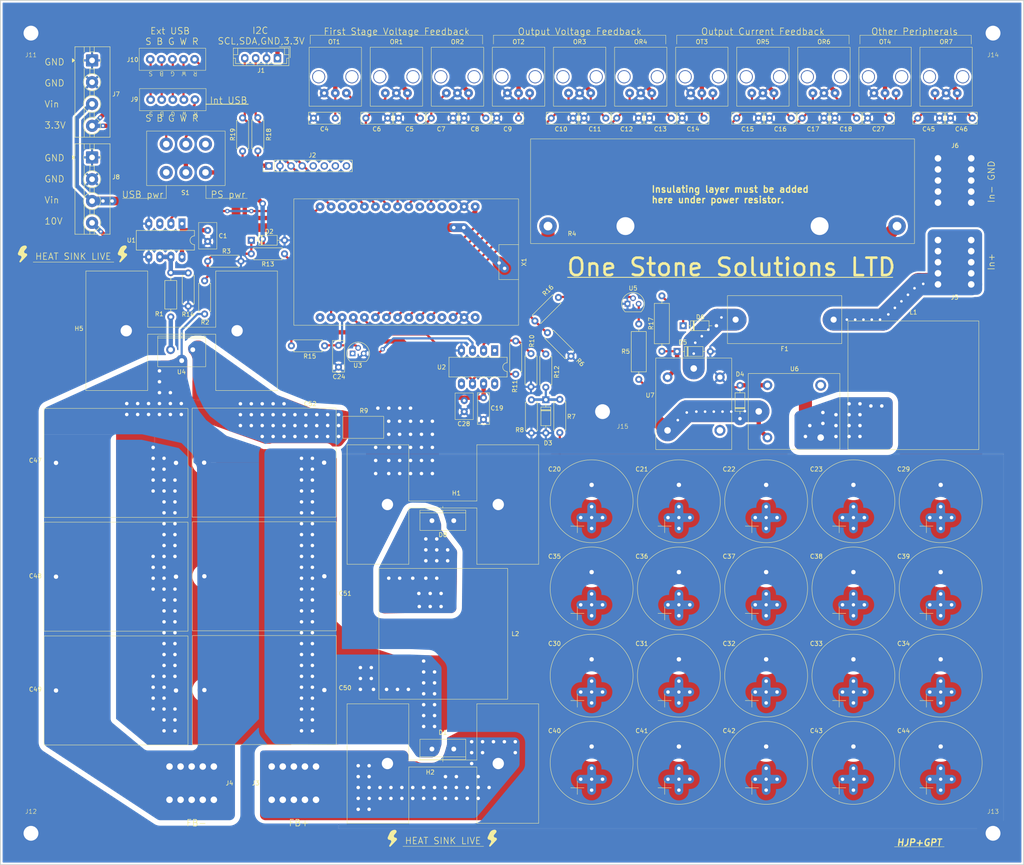
<source format=kicad_pcb>
(kicad_pcb (version 20240108) (generator "pcbnew") (generator_version "8.0")
  (layers (0 "F.Cu" signal) (31 "B.Cu" signal) (34 "B.Paste" user) (35 "F.Paste" user) (36 "B.SilkS" user "B.Silkscreen") (37 "F.SilkS" user "F.Silkscreen") (38 "B.Mask" user) (39 "F.Mask" user) (44 "Edge.Cuts" user))
  (net 0 "")
  (net 1 "+3V3")
  (net 2 "Net-(OR1-Vout)")
  (net 3 "Net-(OR2-Vout)")
  (net 4 "Net-(OR3-Vout)")
  (net 5 "Net-(OR4-Vout)")
  (net 6 "Net-(OR5-Vout)")
  (net 7 "Net-(OR6-Vout)")
  (net 8 "Earth")
  (net 9 "Net-(U3-Cathode)")
  (net 10 "Net-(OR7-Vout)")
  (net 11 "Net-(D4-A)")
  (net 12 "Net-(D4-K)")
  (net 13 "Net-(D5-K)")
  (net 14 "Net-(D6-A)")
  (net 15 "Net-(D6-K)")
  (net 16 "Net-(OT1-Vin)")
  (net 17 "Net-(OT2-Vin)")
  (net 18 "Net-(D1-K)")
  (net 23 "Net-(J1-Pin_4)")
  (net 27 "Net-(U2-VOUT)")
  (net 28 "Net-(J1-Pin_3)")
  (net 29 "Net-(D1-A)")
  (net 30 "Net-(D8-K)")
  (net 31 "+10V")
  (net 35 "Net-(U2-VIN-)")
  (net 36 "Net-(J4-Pin_1)")
  (net 37 "Net-(U4-G)")
  (net 38 "Net-(D2-Pad1)")
  (net 39 "Net-(D3-Pad1)")
  (net 40 "Net-(J5-Pin_1)")
  (net 41 "Net-(U2-VIN+)")
  (net 42 "Net-(U5-G)")
  (net 48 "Net-(U5-D)")
  (net 49 "Net-(X1-3V3)")
  (net 51 "Net-(J10-Pin_1)")
  (net 53 "Net-(J9-Pin_1)")
  (net 54 "Net-(J10-Pin_4)")
  (net 55 "Net-(J10-Pin_2)")
  (net 56 "Net-(J10-Pin_3)")
  (net 57 "Net-(J10-Pin_5)")
  (net 58 "Net-(X1-VP_a1i)")
  (net 59 "Net-(OT3-Vin)")
  (net 60 "Net-(OT4-Vin)")
  (net 61 "Net-(L1-Pad1)")
  (net 62 "Net-(R1-Pad1)")
  (net 63 "Net-(U1-IN)")
  (net 65 "Net-(X1-D35_a1i)")
  (net 66 "Net-(X1-D13_a2io)")
  (footprint "Custom:RS Pro Optical Transmitter jack" (layer "F.Cu") (at 99.25 57.5 180)
    (property "Reference" "OT1")
    (property "Value" "~")
  )
  (footprint "Custom:RS PRO Optical Receiver jack" (layer "F.Cu") (at 127.25 57.5 180)
    (property "Reference" "OR2")
    (property "Value" "~")
  )
  (footprint "Custom:R75RR322050L4J" (layer "F.Cu") (at 82.987436 172.05)
    (property "Reference" "C51")
    (property "Value" "R75RR322050L4J")
  )
  (footprint "Resistor_THT:R_Axial_DIN0309_L9.0mm_D3.2mm_P12.70mm_Horizontal" (layer "F.Cu") (at 174.1 107.75 -90)
    (property "Reference" "R17")
    (property "Value" "1.33K")
  )
  (footprint "Custom:EKYB101ELL102MM40S" (layer "F.Cu") (at 218 154.85 90)
    (property "Reference" "C23")
    (property "Value" "EKYB101ELL102MM40S")
  )
  (footprint "Custom:RS PRO Optical Receiver jack" (layer "F.Cu") (at 239.25 57.5 180)
    (property "Reference" "OR7")
    (property "Value" "~")
  )
  (footprint "Custom:EKYB101ELL102MM40S" (layer "F.Cu") (at 218 214.85 90)
    (property "Reference" "C43")
    (property "Value" "EKYB101ELL102MM40S")
  )
  (footprint "Resistor_THT:R_Axial_DIN0207_L6.3mm_D2.5mm_P7.62mm_Horizontal" (layer "F.Cu") (at 140.6 125.71 90)
    (property "Reference" "R11")
    (property "Value" "R_pcfb_f 56K")
  )
  (footprint "Custom:ContactViaM3" (layer "F.Cu") (at 160.5 134.3)
    (property "Reference" "J15")
    (property "Value" "Standoff Hole")
  )
  (footprint "Custom:SLW-1678105-6A-N-D" (layer "F.Cu") (at 65 79.45)
    (property "Reference" "S1")
    (property "Value" "~")
  )
  (footprint "Custom:IXFP60N25X3" (layer "F.Cu") (at 64.04 120.1)
    (property "Reference" "U4")
    (property "Value" "~")
  )
  (footprint "Resistor_THT:R_Axial_DIN0207_L6.3mm_D2.5mm_P7.62mm_Horizontal" (layer "F.Cu") (at 89.18 119.2)
    (property "Reference" "R15")
    (property "Value" "3K")
  )
  (footprint "Custom:647-25ABEP" (layer "F.Cu") (at 123.9 215 180)
    (property "Reference" "H2")
    (property "Value" "Heatsink 2")
  )
  (footprint "Custom:RS PRO Optical Receiver jack" (layer "F.Cu") (at 169.25 57.5 180)
    (property "Reference" "OR4")
    (property "Value" "~")
  )
  (footprint "Capacitor_THT:C_Rect_L7.0mm_W2.5mm_P5.00mm" (layer "F.Cu") (at 106.25 67)
    (property "Reference" "C6")
    (property "Value" "~")
  )
  (footprint "Custom:EKYB101ELL102MM40S" (layer "F.Cu") (at 238 154.85 90)
    (property "Reference" "C29")
    (property "Value" "EKYB101ELL102MM40S")
  )
  (footprint "Custom:5055556-9" (layer "F.Cu") (at 89.75 219.5)
    (property "Reference" "J3")
    (property "Value" "Conn_01x01_Pin")
  )
  (footprint "Custom:EKYB101ELL102MM40S" (layer "F.Cu") (at 238 214.85 90)
    (property "Reference" "C44")
    (property "Value" "EKYB101ELL102MM40S")
  )
  (footprint "Custom:EKYB101ELL102MM40S" (layer "F.Cu") (at 178 194.85 90)
    (property "Reference" "C31")
    (property "Value" "EKYB101ELL102MM40S")
  )
  (footprint "Resistor_THT:R_Axial_DIN0207_L6.3mm_D2.5mm_P7.62mm_Horizontal" (layer "F.Cu") (at 144.2 131.59 -90)
    (property "Reference" "R8")
    (property "Value" "R_pfb_ 10K")
  )
  (footprint "TerminalBlock:TerminalBlock_MaiXu_MX126-5.0-04P_1x04_P5.00mm" (layer "F.Cu") (at 43.5 53.75 -90)
    (property "Reference" "J7")
    (property "Value" "Conn_01x04_Pin")
  )
  (footprint "Custom:C320C105K5R5TA" (layer "F.Cu") (at 70 94 90)
    (property "Reference" "C1")
    (property "Value" "C_drive 1uF")
  )
  (footprint "Capacitor_THT:C_Rect_L7.0mm_W2.5mm_P5.00mm" (layer "F.Cu") (at 133.75 67 180)
    (property "Reference" "C8")
    (property "Value" "~")
  )
  (footprint "Custom:FH-320-NV" (layer "F.Cu") (at 202.23 113.2 180)
    (property "Reference" "F1")
    (property "Value" "FH-320-NV")
  )
  (footprint "Capacitor_THT:C_Rect_L7.0mm_W2.5mm_P5.00mm" (layer "F.Cu") (at 203.75 67 180)
    (property "Reference" "C16")
    (property "Value" "~")
  )
  (footprint "Custom:5055556-9" (layer "F.Cu") (at 241.19 100.04 90)
    (property "Reference" "J5")
    (property "Value" "+36V")
  )
  (footprint "Resistor_THT:R_Axial_DIN0207_L6.3mm_D2.5mm_P7.62mm_Horizontal" (layer "F.Cu") (at 150.7 139.11 90)
    (property "Reference" "R7")
    (property "Value" "R_pfb_H 270K")
  )
  (footprint "Custom:EKYB101ELL102MM40S" (layer "F.Cu") (at 238 194.85 90)
    (property "Reference" "C34")
    (property "Value" "EKYB101ELL102MM40S")
  )
  (footprint "Capacitor_THT:C_Disc_D7.0mm_W2.5mm_P5.00mm" (layer "F.Cu") (at 133.215 131.1 -90)
    (property "Reference" "C19")
    (property "Value" "0.1uF within 2mm")
  )
  (footprint "Capacitor_THT:C_Rect_L7.0mm_W2.5mm_P5.00mm" (layer "F.Cu") (at 232.75 67)
    (property "Reference" "C45")
    (property "Value" "~")
  )
  (footprint "Capacitor_THT:C_Rect_L7.0mm_W2.5mm_P5.00mm" (layer "F.Cu") (at 206.25 67)
    (property "Reference" "C17")
    (property "Value" "~")
  )
  (footprint "Custom:EKYB101ELL102MM40S" (layer "F.Cu") (at 158 154.85 90)
    (property "Reference" "C20")
    (property "Value" "EKYB101ELL102MM40S")
  )
  (footprint "Resistor_THT:R_Axial_DIN0207_L6.3mm_D2.5mm_P10.16mm_Horizontal" (layer "F.Cu") (at 61.54 102.42 -90)
    (property "Reference" "R1")
    (property "Value" "R_drive 5")
  )
  (footprint "Custom:EKYB101ELL102MM40S" (layer "F.Cu") (at 158 194.85 90)
    (property "Reference" "C30")
    (property "Value" "EKYB101ELL102MM40S")
  )
  (footprint "Diode_THT:D_DO-35_SOD27_P7.62mm_Horizontal" (layer "F.Cu") (at 178.98 114.6)
    (property "Reference" "D6")
    (property "Value" "1N4148")
  )
  (footprint "Custom:EKYB101ELL102MM40S" (layer "F.Cu") (at 198 174.85 90)
    (property "Reference" "C37")
    (property "Value" "EKYB101ELL102MM40S")
  )
  (footprint "Custom:AWHSH124D00G" (layer "F.Cu") (at 181.4 132.5 -90)
    (property "Reference" "U7")
    (property "Value" "~")
  )
  (footprint "Custom:EKYB101ELL102MM40S" (layer "F.Cu") (at 178 214.85 90)
    (property "Reference" "C41")
    (property "Value" "EKYB101ELL102MM40S")
  )
  (footprint "Custom:ContactViaM3" (layer "F.Cu") (at 29.5 231)
    (property "Reference" "J12")
    (property "Value" "Standoff Hole")
  )
  (footprint "Custom:MBR40250G" (layer "F.Cu") (at 123.9 159.3)
    (property "Reference" "D8")
    (property "Value" "MBR40250G")
  )
  (footprint "Custom:74436411500" (layer "F.Cu") (at 137.75 185.25 -90)
    (property "Reference" "L2")
    (property "Value" "74436411500")
  )
  (footprint "Package_TO_SOT_THT:TO-92" (layer "F.Cu") (at 103.22 120.96)
    (property "Reference" "U3")
    (property "Value" "~")
  )
  (footprint "Capacitor_THT:C_Rect_L7.0mm_W2.5mm_P5.00mm" (layer "F.Cu") (at 161.25 67 180)
    (property "Reference" "C11")
    (property "Value" "~")
  )
  (footprint "Custom:5055556-9" (layer "F.Cu") (at 241.19 81.29 90)
    (property "Reference" "J6")
    (property "Value" "GND")
  )
  (footprint "Custom:EKYB101ELL102MM40S" (layer "F.Cu") (at 178 174.85 90)
    (property "Reference" "C36")
    (property "Value" "EKYB101ELL102MM40S")
  )
  (footprint "Diode_THT:D_DO-35_SOD27_P7.62mm_Horizontal" (layer "F.Cu") (at 177.59 120.5)
    (property "Reference" "D5")
    (property "Value" "1N4148")
  )
  (footprint "Connector_PinHeader_2.54mm:PinHeader_1x08_P2.54mm_Vertical" (layer "F.Cu") (at 84.025 77.95 90)
    (property "Reference" "J2")
    (property "Value" "Conn_01x08_Pin")
  )
  (footprint "Capacitor_THT:C_Rect_L7.0mm_W2.5mm_P5.00mm" (layer "F.Cu") (at 226.25 67 180)
    (property "Reference" "C27")
    (property "Value" "~")
  )
  (footprint "Custom:ContactViaM3" (layer "F.Cu") (at 29.5 47.5)
    (property "Reference" "J11")
    (property "Value" "Standoff Hole")
  )
  (footprint "Custom:RS PRO Optical Receiver jack" (layer "F.Cu") (at 211.25 57.5 180)
    (property "Reference" "OR6")
    (property "Value" "~")
  )
  (footprint "Capacitor_THT:C_Rect_L7.0mm_W2.5mm_P5.00mm" (layer "F.Cu") (at 118.75 67 180)
    (property "Reference" "C5")
    (property "Value" "~")
  )
  (footprint "Custom:R75RR322050L4J" (layer "F.Cu") (at 82.987436 198.15)
    (property "Reference" "C50")
    (property "Value" "R75RR322050L4J")
  )
  (footprint "Custom:ContactViaM3" (layer "F.Cu") (at 250 231)
    (property "Reference" "J13")
    (property "Value" "Standoff Hole")
  )
  (footprint "Custom:EKYB101ELL102MM40S" (layer "F.Cu") (at 198 194.85 90)
    (property "Reference" "C32")
    (property "Value" "EKYB101ELL102MM40S")
  )
  (footprint "Custom:RS Pro Optical Transmitter jack" (layer "F.Cu") (at 141.25 57.5 180)
    (property "Reference" "OT2")
    (property "Value" "~")
  )
  (footprint "Custom:EKYB101ELL102MM40S" (layer "F.Cu") (at 158 174.85 90)
    (property "Reference" "C35")
    (property "Value" "EKYB101ELL102MM40S")
  )
  (footprint "Resistor_THT:R_Axial_DIN0207_L6.3mm_D2.5mm_P7.62mm_Horizontal" (layer "F.Cu") (at 70 99.8)
    (property "Reference" "R3")
    (property "Value" "R_sfb_L 6.8K")
  )
  (footprint "Custom:EKYB101ELL102MM40S" (layer "F.Cu") (at 178 154.85 90)
    (property "Reference" "C21")
    (property "Value" "EKYB101ELL102MM40S")
  )
  (footprint "Custom:R75RR322050L4J" (layer "F.Cu") (at 48.987436 198.25)
    (property "Reference" "C49")
    (property "Value" "R75RR322050L4J")
  )
  (footprint "Custom:RX24-100W" (layer "F.Cu") (at 188 91.75)
    (property "Reference" "R4")
    (property "Value" "~")
  )
  (footprint "Capacitor_THT:C_Rect_L7.0mm_W2.5mm_P5.00mm" (layer "F.Cu") (at 141.25 67 180)
    (property "Reference" "C9")
    (property "Value" "~")
  )
  (footprint "Custom:EKYB101ELL102MM40S" (layer "F.Cu") (at 238 174.85 90)
    (property "Reference" "C39")
    (property "Value" "EKYB101ELL102MM40S")
  )
  (footprint "Custom:MBR40250G" (layer "F.Cu") (at 123.9 211.675 180)
    (property "Reference" "D1")
    (property "Value" "MBR40250G")
  )
  (footprint "Custom:USB connection" (layer "F.Cu") (at 62 62.75 180)
    (property "Reference" "J9")
    (property "Value" "USB RWGBS")
  )
  (footprint "Custom:EKYB101ELL102MM40S" (layer "F.Cu") (at 218 174.85 90)
    (property "Reference" "C38")
    (property "Value" "EKYB101ELL102MM40S")
  )
  (footprint "Package_TO_SOT_THT:TO-92" (layer "F.Cu") (at 166.23 109.56)
    (property "Reference" "U5")
    (property "Value" "~")
  )
  (footprint "Custom:R75RR322050L4J" (layer "F.Cu") (at 48.987436 146.05)
    (property "Reference" "C47")
    (property "Value" "R75RR322050L4J")
  )
  (footprint "Resistor_THT:R_Axial_DIN0207_L6.3mm_D2.5mm_P7.62mm_Horizontal" (layer "F.Cu") (at 144.1 120.99 -90)
    (property "Reference" "R10")
    (property "Value" "R_pcfb_in 1K")
  )
  (footprint "Custom:ESP32_WROOM-32_Dev_Board" (layer "F.Cu") (at 95.75 100 90)
    (property "Reference" "X1")
    (property "Value" "~")
  )
  (footprint "Custom:USB connection" (layer "F.Cu") (at 61.92 53.5 180)
    (property "Reference" "J10")
    (property "Value" "USB RWGBS")
  )
  (footprint "Resistor_THT:R_Axial_DIN0309_L9.0mm_D3.2mm_P12.70mm_Horizontal" (layer "F.Cu") (at 168.8 126.9 90)
    (property "Reference" "R5")
    (property "Value" "1.33K")
  )
  (footprint "Custom:EKYB101ELL102MM40S" (layer "F.Cu") (at 198 154.85 90)
    (property "Reference" "C22")
    (property "Value" "EKYB101ELL102MM40S")
  )
  (footprint "Custom:EKYB101ELL102MM40S" (layer "F.Cu") (at 158 214.85 90)
    (property "Reference" "C40")
    (property "Value" "EKYB101ELL102MM40S")
  )
  (footprint "Package_DIP:CERDIP-8_W7.62mm_SideBrazed_LongPads" (layer "F.Cu") (at 135.78 120.28 -90)
    (property "Reference" "U2")
    (property "Value" "~")
  )
  (footprint "Resistor_THT:R_Axial_DIN0207_L6.3mm_D2.5mm_P7.62mm_Horizontal" (layer "F.Cu") (at 78 74.56 90)
    (property "Reference" "R19")
    (property "Value" "Pullup")
  )
  (footprint "Custom:PCS2512FR0010ET" (layer "F.Cu") (at 105.66 137.9 90)
    (property "Reference" "R9")
    (property "Value" "R_pcfb_sense 0.001")
  )
  (footprint "Resistor_THT:R_Axial_DIN0207_L6.3mm_D2.5mm_P7.62mm_Horizontal" (layer "F.Cu") (at 145 113.5 45)
    (property "Reference" "R16")
    (property "Value" "1K")
  )
  (footprint "Resistor_THT:R_Axial_DIN0207_L6.3mm_D2.5mm_P7.62mm_Horizontal" (layer "F.Cu") (at 81.5 74.5 90)
    (property "Reference" "R18")
    (property "Value" "Pullup")
  )
  (footprint "Custom:647-25ABEP" (layer "F.Cu") (at 123.9 155.6)
    (property "Reference" "H1")
    (property "Value" "Heatsink 1")
  )
  (footprint "Capacitor_THT:C_Rect_L7.0mm_W2.5mm_P5.00mm" (layer "F.Cu") (at 176.25 67 180)
    (property "Reference" "C13")
    (property "Value" "~")
  )
  (footprint "Custom:RS PRO Optical Receiver jack" (layer "F.Cu") (at 113.25 57.5 180)
    (property "Reference" "OR1")
    (property "Value" "~")
  )
  (footprint "Capacitor_THT:C_Rect_L7.0mm_W2.5mm_P5.00mm" (layer "F.Cu") (at 99.25 67 180)
    (property "Reference" "C4")
    (property "Value" "~")
  )
  (footprint "Resistor_THT:R_Axial_DIN0207_L6.3mm_D2.5mm_P7.62mm_Horizontal" (layer "F.Cu") (at 87.61 98.1 180)
    (property "Reference" "R13")
    (property "Value" "R_sfb_i 1K")
  )
  (footprint "Custom:5055556-9" (layer "F.Cu") (at 66.33 219.5)
    (property "Reference" "J4")
    (property "Value" "Conn_01x01_Pin")
  )
  (footprint "Capacitor_THT:C_Rect_L7.0mm_W2.5mm_P5.00mm" (layer "F.Cu") (at 121.25 67)
    (property "Reference" "C7")
    (property "Value" "~")
  )
  (footprint "Custom:R75RR322050L4J" (layer "F.Cu") (at 48.987436 172.15)
    (property "Reference" "C48")
    (property "Value" "R75RR322050L4J")
  )
  (footprint "Resistor_THT:R_Axial_DIN0207_L6.3mm_D2.5mm_P7.62mm_Horizontal" (layer "F.Cu") (at 69.3 111.91 90)
    (property "Reference" "R2")
    (property "Value" "R_sfb_H 500K")
  )
  (footprint "Package_DIP:CERDIP-8_W7.62mm_SideBrazed_LongPads" (layer "F.Cu") (at 64.11 91.19 -90)
    (property "Reference" "U1")
    (property "Value" "~")
  )
  (footprint "Capacitor_THT:C_Rect_L7.0mm_W2.5mm_P5.00mm" (layer "F.Cu") (at 99.99 119.1 -90)
    (property "Reference" "C24")
    (property "Value" "0.1uF low ESR Ceramic")
  )
  (footprint "Capacitor_THT:C_Rect_L7.0mm_W2.5mm_P5.00mm" (layer "F.Cu") (at 191.25 67)
    (property "Reference" "C15")
    (property "Value" "~")
  )
  (footprint "Resistor_THT:R_Axial_DIN0207_L6.3mm_D2.5mm_P7.62mm_Horizontal" (layer "F.Cu") (at 147.88 116.19 -45)
    (property "Reference" "R6")
    (property "Value" "10K")
  )
  (footprint "Resistor_THT:R_Axial_DIN0207_L6.3mm_D2.5mm_P7.62mm_Horizontal" (layer "F.Cu") (at 147.5 121.09 -90)
    (property "Reference" "R12")
    (property "Value" "R_pfb_i 1K")
  )
  (footprint "Capacitor_THT:C_Rect_L7.0mm_W2.5mm_P5.00mm" (layer "F.Cu") (at 148.75 67)
    (property "Reference" "C10")
    (property "Value" "~")
  )
  (footprint "Diode_THT:D_DO-35_SOD27_P7.62mm_Horizontal" (layer "F.Cu") (at 147.5 131.58 -90)
    (property "Reference" "D3")
    (property "Value" "~")
  )
  (footprint "Custom:RS Pro Optical Transmitter jack" (layer "F.Cu") (at 225.25 57.5 180)
    (property "Reference" "OT4")
    (property "Value" "~")
  )
  (footprint "Custom:R75RR322050L4J" (layer "F.Cu") (at 82.937436 146)
    (property "Reference" "C52")
    (property "Value" "R75RR322050L4J")
  )
  (footprint "Capacitor_THT:C_Rect_L7.0mm_W2.5mm_P5.00mm" (layer "F.Cu") (at 163.75 67)
    (property "Reference" "C12")
    (property "Value" "~")
  )
  (footprint "Custom:SER2918H-223KL" (layer "F.Cu") (at 231.75 114.4)
    (property "Reference" "L1")
    (property "Value" "SER2918H-223KL")
  )
  (footprint "Custom:AWHSH124D00G" (layer "F.Cu") (at 204.4 134.25)
    (property "Reference" "U6")
    (property "Value" "~")
  )
  (footprint "Capacitor_THT:C_Rect_L7.0mm_W2.5mm_P5.00mm" (layer "F.Cu") (at 245.25 67 180)
    (property "Reference" "C46")
    (property "Value" "~")
  )
  (footprint "Custom:ContactViaM3" (layer "F.Cu") (at 250 47.5)
    (property "Reference" "J14")
    (property "Value" "Standoff Hole")
  )
  (footprint "Connector_JST:JST_EH_B4B-EH-A_1x04_P2.50mm_Vertical" (layer "F.Cu") (at 86 53.25 180)
    (property "Reference" "J1")
    (property "Value" "SCL, SDA, +, GND")
  )
  (footprint "Custom:RS PRO Optical Receiver jack" (layer "F.Cu") (at 155.25 57.5 180)
    (property "Reference" "OR3")
    (property "Value" "~")
  )
  (footprint "Custom:C320C105K5R5TA" (layer "F.Cu") (at 128.8 133.03 -90)
    (property "Reference" "C28")
    (property "Value" "1uF")
  )
  (footprint "Diode_THT:D_DO-35_SOD27_P7.62mm_Horizontal" (layer "F.Cu") (at 192 135.91 90)
    (property "Reference" "D4")
    (property "Value" "1N4148")
  )
  (footprint "Resistor_THT:R_Axial_DIN0207_L6.3mm_D2.5mm_P7.62mm_Horizontal" (layer "F.Cu") (at 65.54 102.5 -90)
    (property "Reference" "R14")
    (property "Value" "R_pulldown 1000")
  )
  (footprint "Capacitor_THT:C_Rect_L7.0mm_W2.5mm_P5.00mm" (layer "F.Cu") (at 183.75 67 180)
    (property "Reference" "C14")
    (property "Value" "~")
  )
  (footprint "Custom:EKYB101ELL102MM40S" (layer "F.Cu") (at 198 214.85 90)
    (property "Reference" "C42")
    (property "Value" "EKYB101ELL102MM40S")
  )
  (footprint "Custom:RS Pro Optical Transmitter jack" (layer "F.Cu") (at 183.25 57.5 180)
    (property "Reference" "OT3")
    (property "Value" "~")
  )
  (footprint "TerminalBlock:TerminalBlock_MaiXu_MX126-5.0-04P_1x04_P5.00mm" (layer "F.Cu") (at 43.5 76 -90)
    (property "Reference" "J8")
    (property "Value" "Conn_01x04_Pin")
  )
  (footprint "Custom:RS PRO Optical Receiver jack" (layer "F.Cu") (at 197.25 57.5 180)
    (property "Reference" "OR5")
    (property "Value" "~")
  )
  (footprint "Diode_THT:D_DO-35_SOD27_P7.62mm_Horizontal" (layer "F.Cu") (at 80 95)
    (property "Reference" "D2")
    (property "Value" "~")
  )
  (footprint "Custom:647-25ABEP" (layer "F.Cu") (at 64.04 115.75)
    (property "Reference" "H5")
    (property "Value" "Heatsink 5")
  )
  (footprint "Capacitor_THT:C_Rect_L7.0mm_W2.5mm_P5.00mm" (layer "F.Cu") (at 218.75 67 180)
    (property "Reference" "C18")
    (property "Value" "~")
  )
  (footprint "Custom:EKYB101ELL102MM40S" (layer "F.Cu") (at 218 194.85 90)
    (property "Reference" "C33")
    (property "Value" "EKYB101ELL102MM40S")
  )
  (gr_line (start 60.5 85.4) (end 60.5 82.4) (stroke (width 0.1)) (layer "F.SilkS"))
  (gr_line (start 245 48) (end 245 50) (stroke (width 0.1)) (layer "F.SilkS"))
  (gr_line (start 133 48) (end 133 50) (stroke (width 0.1)) (layer "F.SilkS"))
  (gr_line (start 79.1 85.4) (end 69.6 85.4) (stroke (width 0.1)) (layer "F.SilkS"))
  (gr_line (start 217 48) (end 217 50) (stroke (width 0.1)) (layer "F.SilkS"))
  (gr_line (start 93.5 48) (end 133 48) (stroke (width 0.1)) (layer "F.SilkS"))
  (gr_line (start 219.5 48) (end 245 48) (stroke (width 0.1)) (layer "F.SilkS"))
  (gr_line (start 50.5 85.4) (end 60.5 85.4) (stroke (width 0.1)) (layer "F.SilkS"))
  (gr_line (start 152.5 103.5) (end 227 103.5) (stroke (width 0.2)) (layer "F.SilkS"))
  (gr_line (start 135.5 50) (end 135.5 48) (stroke (width 0.1)) (layer "F.SilkS"))
  (gr_line (start 69.6 63.8) (end 79.3 63.8) (stroke (width 0.2)) (layer "F.SilkS"))
  (gr_line (start 135.5 48) (end 175 48) (stroke (width 0.1)) (layer "F.SilkS"))
  (gr_line (start 177.5 48) (end 217 48) (stroke (width 0.1)) (layer "F.SilkS"))
  (gr_line (start 30 100) (end 48.5 100) (stroke (width 0.1)) (layer "F.SilkS"))
  (gr_line (start 69.6 85.4) (end 69.6 82.4) (stroke (width 0.1)) (layer "F.SilkS"))
  (gr_line (start 114.75 234) (end 133.25 234) (stroke (width 0.1)) (layer "F.SilkS"))
  (gr_line (start 219.5 50) (end 219.5 48) (stroke (width 0.1)) (layer "F.SilkS"))
  (gr_line (start 177.5 50) (end 177.5 48) (stroke (width 0.1)) (layer "F.SilkS"))
  (gr_line (start 93.5 50) (end 93.5 48) (stroke (width 0.1)) (layer "F.SilkS"))
  (gr_line (start 175 48) (end 175 50) (stroke (width 0.1)) (layer "F.SilkS"))
  (gr_line (start 227.4 234.1) (end 238.8 234.1) (stroke (width 0.1)) (layer "F.SilkS"))
  (gr_rect (start 22.5 40) (end 257 238.2) (stroke (width 0.2)) (fill none) (layer "Edge.Cuts"))
  (gr_text "GND\n\nGND\n\nVin\n\n10V" (at 32.5 91.5 0) (layer "F.SilkS") (effects (font (size 1.5 1.5)) (justify left bottom)))
  (gr_text "In- GND" (at 250.5 86.5 90) (layer "F.SilkS") (effects (font (size 1.5 1.5)) (justify left bottom)))
  (gr_text "One Stone Solutions LTD" (at 152 103.5 0) (layer "F.SilkS") (effects (font (size 4 4) (thickness 0.6)) (justify left bottom)))
  (gr_text "	  I2C\nSCL,SDA,GND,3.3V" (at 72.2 50.2 0) (layer "F.SilkS") (effects (font (size 1.5 1.5)) (justify left bottom)))
  (gr_text "Int USB" (at 70.4 63.8 0) (layer "F.SilkS") (effects (font (size 1.5 1.5)) (justify left bottom)))
  (gr_text "HEAT SINK LIVE" (at 30.375377 99.596832 0) (layer "F.SilkS") (effects (font (size 1.5 1.5)) (justify left bottom)))
  (gr_text "HEAT SINK LIVE" (at 115.125377 233.596832 0) (layer "F.SilkS") (effects (font (size 1.5 1.5)) (justify left bottom)))
  (gr_text "Output Voltage Feedback" (at 141 48 0) (layer "F.SilkS") (effects (font (size 1.5 1.5)) (justify left bottom)))
  (gr_text "First Stage Voltage Feedback\n" (at 96.5 48 0) (layer "F.SilkS") (effects (font (size 1.5 1.5)) (justify left bottom)))
  (gr_text "GND\n\nGND\n\nVin\n\n3.3V" (at 32.5 69.5 0) (layer "F.SilkS") (effects (font (size 1.5 1.5)) (justify left bottom)))
  (gr_text "HJP+GPT" (at 227.8 234 0) (layer "F.SilkS") (effects (font (size 1.5 1.5) (thickness 0.3) (bold yes) (italic yes)) (justify left bottom)))
  (gr_text "Insulating layer must be added\nhere under power resistor." (at 171.6 86.6 0) (layer "F.SilkS") (effects (font (size 1.5 1.5) (thickness 0.3) (bold yes)) (justify left bottom)))
  (gr_text "PS pwr" (at 70.6 85.4 0) (layer "F.SilkS") (effects (font (size 1.5 1.5)) (justify left bottom)))
  (gr_text "USB pwr" (at 50.25 85.4 0) (layer "F.SilkS") (effects (font (size 1.5 1.5)) (justify left bottom)))
  (gr_text "Other Peripherals" (at 222 48 0) (layer "F.SilkS") (effects (font (size 1.5 1.5)) (justify left bottom)))
  (gr_text " Ext USB\nS B G W R" (at 55.6 50.3 0) (layer "F.SilkS") (effects (font (size 1.5 1.5)) (justify left bottom)))
  (gr_text "In+" (at 250.5 102 90) (layer "F.SilkS") (effects (font (size 1.5 1.5)) (justify left bottom)))
  (gr_text "FB-" (at 65 229.5 0) (layer "F.SilkS") (effects (font (size 1.5 1.5)) (justify left bottom)))
  (gr_text "FB+" (at 88.5 229.5 0) (layer "F.SilkS") (effects (font (size 1.5 1.5)) (justify left bottom)))
  (gr_text "Output Current Feedback" (at 183 48 0) (layer "F.SilkS") (effects (font (size 1.5 1.5)) (justify left bottom)))
  (segment (start 199.79 63.04) (end 199.79 61.25) (width 0.5) (layer "F.Cu") (net 1))
  (segment (start 81.5 74.5) (end 81.5 77.9) (width 0.5) (layer "F.Cu") (net 1))
  (segment (start 88.1 103.1) (end 88.1 109.4) (width 1) (layer "F.Cu") (net 1))
  (segment (start 241.79 61.25) (end 241.79 63.54) (width 0.5) (layer "F.Cu") (net 1))
  (segment (start 155.06 54) (end 169.06 54) (width 1) (layer "F.Cu") (net 1))
  (segment (start 48 68.75) (end 55.45 76.2) (width 1) (layer "F.Cu") (net 1))
  (segment (start 183.56 54) (end 196.56 54) (width 1) (layer "F.Cu") (net 1))
  (segment (start 113.06 54) (end 127.06 54) (width 1) (layer "F.Cu") (net 1))
  (segment (start 115.79 64.04) (end 118.75 67) (width 0.5) (layer "F.Cu") (net 1))
  (segment (start 77 77.9) (end 73.9 77.9) (width 1) (layer "F.Cu") (net 1))
  (segment (start 197.06 58.36) (end 197.06 54.5) (width 1) (layer "F.Cu") (net 1))
  (segment (start 171.79 60.99) (end 169.06 58.26) (width 1) (layer "F.Cu") (net 1))
  (segment (start 94.8 116.1) (end 104.5 116.1) (width 1) (layer "F.Cu") (net 1))
  (segment (start 239.06 56.302894) (end 239.06 58) (width 1) (layer "F.Cu") (net 1))
  (segment (start 72.2 76.2) (end 73.9 77.9) (width 1) (layer "F.Cu") (net 1))
  (segment (start 83.8 78) (end 83.75 77.95) (width 1) (layer "F.Cu") (net 1))
  (segment (start 83.975 77.9) (end 84.025 77.95) (width 1) (layer "F.Cu") (net 1))
  (segment (start 141.56 54) (end 155.06 54) (width 1) (layer "F.Cu") (net 1))
  (segment (start 99.25 61.25) (end 99.25 54.31) (width 1) (layer "F.Cu") (net 1))
  (segment (start 211.06 54) (end 225.06 54) (width 1) (layer "F.Cu") (net 1))
  (segment (start 104.5 116.1) (end 106.6 118.2) (width 1) (layer "F.Cu") (net 1))
  (segment (start 196.56 54) (end 211.06 54) (width 1) (layer "F.Cu") (net 1))
  (segment (start 218.75 67) (end 213.79 62.04) (width 0.5) (layer "F.Cu") (net 1))
  (segment (start 48 64.25) (end 48 58.8) (width 1) (layer "F.Cu") (net 1))
  (segment (start 55.45 76.2) (end 72.2 76.2) (width 1) (layer "F.Cu") (net 1))
  (segment (start 241.79 60.73) (end 241.79 61.25) (width 0.5) (layer "F.Cu") (net 1))
  (segment (start 213.79 61.25) (end 213.79 60.89) (width 1) (layer "F.Cu") (net 1))
  (segment (start 106.6 118.2) (end 114.8 118.2) (width 1) (layer "F.Cu") (net 1))
  (segment (start 127.06 54) (end 141.56 54) (width 1) (layer "F.Cu") (net 1))
  (segment (start 114.8 118.2) (end 127.7 131.1) (width 1) (layer "F.Cu") (net 1))
  (segment (start 171.79 62.54) (end 176.25 67) (width 0.5) (layer "F.Cu") (net 1))
  (segment (start 169.06 58.26) (end 169.06 54) (width 1) (layer "F.Cu") (net 1))
  (segment (start 82.6 94.7) (end 82.6 97.6) (width 1) (layer "F.Cu") (net 1))
  (segment (start 197.06 54.5) (end 196.56 54) (width 0.5) (layer "F.Cu") (net 1))
  (segment (start 89.18 119.2) (end 89.18 110.48) (width 0.5) (layer "F.Cu") (net 1))
  (segment (start 129.79 61.25) (end 129.79 60.99) (width 1) (layer "F.Cu") (net 1))
  (segment (start 199.79 61.09) (end 197.06 58.36) (width 1) (layer "F.Cu") (net 1))
  (segment (start 127.06 58.26) (end 127.06 54) (width 1) (layer "F.Cu") (net 1))
  (segment (start 199.79 61.25) (end 199.79 61.09) (width 1) (layer "F.Cu") (net 1))
  (segment (start 157.79 60.89) (end 155.06 58.16) (width 1) (layer "F.Cu") (net 1))
  (segment (start 171.79 61.25) (end 171.79 60.99) (width 1) (layer "F.Cu") (net 1))
  (segment (start 157.79 61.25) (end 157.79 63.54) (width 0.5) (layer "F.Cu") (net 1))
  (segment (start 86.1 51.25) (end 86 51.35) (width 1) (layer "F.Cu") (net 1))
  (segment (start 169.06 54) (end 183.56 54) (width 1) (layer "F.Cu") (net 1))
  (segment (start 155.06 58.16) (end 155.06 54) (width 1) (layer "F.Cu") (net 1))
  (segment (start 128.8 131.2) (end 128.9 131.1) (width 1) (layer "F.Cu") (net 1))
  (segment (start 225.25 61.25) (end 225.25 54.19) (width 1) (layer "F.Cu") (net 1))
  (segment (start 241.79 63.54) (end 245.25 67) (width 0.5) (layer "F.Cu") (net 1))
  (segment (start 46 68.75) (end 48 68.75) (width 1) (layer "F.Cu") (net 1))
  (segment (start 83.75 77.95) (end 83.7 77.95) (width 1) (layer "F.Cu") (net 1))
  (segment (start 141.25 61.25) (end 141.25 67) (width 0.5) (layer "F.Cu") (net 1))
  (segment (start 226.25 67) (end 225.25 66) (width 0.5) (layer "F.Cu") (net 1))
  (segment (start 86 51.35) (end 86 53.25) (width 1) (layer "F.Cu") (net 1))
  (segment (start 113.06 58.16) (end 113.06 54) (width 1) (layer "F.Cu") (net 1))
  (segment (start 225.25 54.19) (end 225.06 54) (width 0.5) (layer "F.Cu") (net 1))
  (segment (start 99.25 61.25) (end 99.25 67) (width 0.5) (layer "F.Cu") (net 1))
  (segment (start 45.375 66.875) (end 48 64.25) (width 1) (layer "F.Cu") (net 1))
  (segment (start 78 77.9) (end 78 74.56) (width 0.5) (layer "F.Cu") (net 1))
  (segment (start 129.79 63.04) (end 133.75 67) (width 0.5) (layer "F.Cu") (net 1))
  (segment (start 171.79 61.25) (end 171.79 62.54) (width 0.5) (layer "F.Cu") (net 1))
  (segment (start 65 76.2) (end 65 79.45) (width 1) (layer "F.Cu") (net 1))
  (segment (start 82.6 97.6) (end 88.1 103.1) (width 1) (layer "F.Cu") (net 1))
  (segment (start 183.25 54.31) (end 183.56 54) (width 0.5) (layer "F.Cu") (net 1))
  (segment (start 141.25 54.31) (end 141.56 54) (width 0.5) (layer "F.Cu") (net 1))
  (segment (start 157.79 63.54) (end 161.25 67) (width 0.5) (layer "F.Cu") (net 1))
  (segment (start 213.79 62.04) (end 213.79 61.25) (width 0.2) (layer "F.Cu") (net 1))
  (segment (start 239.06 58) (end 241.79 60.73) (width 1) (layer "F.Cu") (net 1))
  (segment (start 236.757106 54) (end 239.06 56.302894) (width 1) (layer "F.Cu") (net 1))
  (segment (start 183.25 66.5) (end 183.75 67) (width 0.2) (layer "F.Cu") (net 1))
  (segment (start 73.9 77.9) (end 82.6 86.6) (width 1) (layer "F.Cu") (net 1))
  (segment (start 78 74.56) (end 78 74.31) (width 0.5) (layer "F.Cu") (net 1))
  (segment (start 133.24 131.075) (end 133.215 131.1) (width 1) (layer "F.Cu") (net 1))
  (segment (start 81.5 77.9) (end 83.975 77.9) (width 1) (layer "F.Cu") (net 1))
  (segment (start 183.25 61.25) (end 183.25 54.31) (width 1) (layer "F.Cu") (net 1))
  (segment (start 115.79 60.89) (end 113.06 58.16) (width 1) (layer "F.Cu") (net 1))
  (segment (start 213.79 60.89) (end 211.06 58.16) (width 1) (layer "F.Cu") (net 1))
  (segment (start 89.18 110.48) (end 89.15 110.45) (width 0.5) (layer "F.Cu") (net 1))
  (segment (start 99.25 54.31) (end 98.67 53.73) (width 0.5) (layer "F.Cu") (net 1))
  (segment (start 98.94 54) (end 113.06 54) (width 1) (layer "F.Cu") (net 1))
  (segment (start 225.06 54) (end 236.757106 54) (width 1) (layer "F.Cu") (net 1))
  (segment (start 48 58.8) (end 55.55 51.25) (width 1) (layer "F.Cu") (net 1))
  (segment (start 96.19 51.25) (end 99.25 54.31) (width 1) (layer "F.Cu") (net 1))
  (segment (start 203.75 67) (end 199.79 63.04) (width 0.5) (layer "F.Cu") (net 1))
  (segment (start 127.7 131.1) (end 133.215 131.1) (width 1) (layer "F.Cu") (net 1))
  (segment (start 88.1 109.4) (end 94.8 116.1) (width 1) (layer "F.Cu") (net 1))
  (segment (start 77 77.9) (end 81.5 77.9) (width 1) (layer "F.Cu") (net 1))
  (segment (start 225.25 66) (end 225.25 61.25) (width 0.5) (layer "F.Cu") (net 1))
  (segment (start 115.79 61.25) (end 115.79 60.89) (width 1) (layer "F.Cu") (net 1))
  (segment (start 115.79 61.25) (end 115.79 64.04) (width 0.5) (layer "F.Cu") (net 1))
  (segment (start 157.79 61.25) (end 157.79 60.89) (width 1) (layer "F.Cu") (net 1))
  (segment (start 211.06 58.16) (end 211.06 54) (width 1) (layer "F.Cu") (net 1))
  (segment (start 55.55 51.25) (end 86.1 51.25) (width 1) (layer "F.Cu") (net 1))
  (segment (start 98.67 53.73) (end 98.94 54) (width 1) (layer "F.Cu") (net 1))
  (segment (start 128.8 131.76) (end 128.8 131.2) (width 1) (layer "F.Cu") (net 1))
  (segment (start 141.25 61.25) (end 141.25 54.31) (width 1) (layer "F.Cu") (net 1))
  (segment (start 129.79 61.25) (end 129.79 63.04) (width 0.5) (layer "F.Cu") (net 1))
  (segment (start 83.7 77.95) (end 83.6 78.05) (width 1) (layer "F.Cu") (net 1))
  (segment (start 129.79 60.99) (end 127.06 58.26) (width 1) (layer "F.Cu") (net 1))
  (segment (start 86.1 51.25) (end 96.19 51.25) (width 1) (layer "F.Cu") (net 1))
  (segment (start 183.25 61.25) (end 183.25 66.5) (width 0.5) (layer "F.Cu") (net 1))
  (segment (start 84.025 78.335) (end 84.025 77.95) (width 0.5) (layer "F.Cu") (net 1))
  (segment (start 133.24 127.9) (end 133.24 131.075) (width 1) (layer "F.Cu") (net 1))
  (via (at 45.375 66.875) (size 1) (drill 0.5) (layers "F.Cu" "B.Cu") (net 1))
  (via (at 82.6 94.7) (size 1.5) (drill 0.8) (layers "F.Cu" "B.Cu") (net 1))
  (via (at 46 68.75) (size 1) (drill 0.5) (layers "F.Cu" "B.Cu") (net 1))
  (via (at 82.6 86.6) (size 1.5) (drill 0.8) (layers "F.Cu" "B.Cu") (net 1))
  (segment (start 82.6 94.7) (end 82.6 86.6) (width 1) (layer "B.Cu") (net 1))
  (segment (start 43.5 68.75) (end 45.375 66.875) (width 1) (layer "B.Cu") (net 1))
  (segment (start 43.5 68.75) (end 46 68.75) (width 1) (layer "B.Cu") (net 1))
  (segment (start 106.25 67) (end 106.25 81.95) (width 0.5) (layer "F.Cu") (net 2))
  (segment (start 110.71 62.54) (end 106.25 67) (width 0.5) (layer "F.Cu") (net 2))
  (segment (start 110.71 61.25) (end 110.71 62.54) (width 0.5) (layer "F.Cu") (net 2))
  (segment (start 106.25 81.95) (end 110.99 86.69) (width 0.5) (layer "F.Cu") (net 2))
  (segment (start 110.99 86.69) (end 110.99 87.3) (width 0.5) (layer "F.Cu") (net 2))
  (segment (start 124.71 61.25) (end 121.25 64.71) (width 0.5) (layer "F.Cu") (net 3))
  (segment (start 121.25 64.71) (end 121.25 67) (width 0.5) (layer "F.Cu") (net 3))
  (segment (start 121.25 67) (end 113.53 74.72) (width 0.5) (layer "F.Cu") (net 3))
  (segment (start 113.53 74.72) (end 113.53 87.3) (width 0.5) (layer "F.Cu") (net 3))
  (segment (start 121.15 86.05) (end 121.15 87.3) (width 0.5) (layer "F.Cu") (net 4))
  (segment (start 143.5 72.25) (end 134.95 72.25) (width 0.5) (layer "F.Cu") (net 4))
  (segment (start 152.71 63.04) (end 148.75 67) (width 0.5) (layer "F.Cu") (net 4))
  (segment (start 152.71 61.25) (end 152.71 63.04) (width 0.5) (layer "F.Cu") (net 4))
  (segment (start 134.95 72.25) (end 121.15 86.05) (width 0.5) (layer "F.Cu") (net 4))
  (segment (start 148.75 67) (end 143.5 72.25) (width 0.5) (layer "F.Cu") (net 4))
  (segment (start 108.45 112.45) (end 108.45 112.7) (width 0.5) (layer "F.Cu") (net 5))
  (segment (start 166.71 61.25) (end 166.71 64.04) (width 0.5) (layer "F.Cu") (net 5))
  (segment (start 121.1 102.1) (end 118.8 102.1) (width 0.5) (layer "F.Cu") (net 5))
  (segment (start 149.7 73.5) (end 121.1 102.1) (width 0.5) (layer "F.Cu") (net 5))
  (segment (start 118.8 102.1) (end 108.45 112.45) (width 0.5) (layer "F.Cu") (net 5))
  (segment (start 166.71 64.04) (end 163.75 67) (width 0.5) (layer "F.Cu") (net 5))
  (segment (start 163.75 67) (end 157.25 73.5) (width 0.5) (layer "F.Cu") (net 5))
  (segment (start 157.25 73.5) (end 149.7 73.5) (width 0.5) (layer "F.Cu") (net 5))
  (segment (start 120.5 105.4) (end 113.53 112.37) (width 0.5) (layer "F.Cu") (net 6))
  (segment (start 191.25 67) (end 194.75 63.5) (width 0.5) (layer "F.Cu") (net 6))
  (segment (start 151.15 76.25) (end 122 105.4) (width 0.5) (layer "F.Cu") (net 6))
  (segment (start 113.53 112.37) (end 113.53 112.7) (width 0.5) (layer "F.Cu") (net 6))
  (segment (start 194.75 61.29) (end 194.71 61.25) (width 0.2) (layer "F.Cu") (net 6))
  (segment (start 191.25 67) (end 182 76.25) (width 0.5) (layer "F.Cu") (net 6))
  (segment (start 194.75 63.5) (end 194.75 61.29) (width 0.5) (layer "F.Cu") (net 6))
  (segment (start 122 105.4) (end 120.5 105.4) (width 0.5) (layer "F.Cu") (net 6))
  (segment (start 182 76.25) (end 151.15 76.25) (width 0.5) (layer "F.Cu") (net 6))
  (segment (start 121.4 107.1) (end 122.45 107.1) (width 0.5) (layer "F.Cu") (net 7))
  (segment (start 195.75 77.5) (end 206.25 67) (width 0.5) (layer "F.Cu") (net 7))
  (segment (start 208.71 61.25) (end 208.71 64.54) (width 0.5) (layer "F.Cu") (net 7))
  (segment (start 116.07 112.43) (end 121.4 107.1) (width 0.5) (layer "F.Cu") (net 7))
  (segment (start 122.45 107.1) (end 152.05 77.5) (width 0.5) (layer "F.Cu") (net 7))
  (segment (start 116.07 112.7) (end 116.07 112.43) (width 0.5) (layer "F.Cu") (net 7))
  (segment (start 152.05 77.5) (end 195.75 77.5) (width 0.5) (layer "F.Cu") (net 7))
  (segment (start 208.71 64.54) (end 206.25 67) (width 0.5) (layer "F.Cu") (net 7))
  (segment (start 241.29 76.21) (end 237.38 76.21) (width 4) (layer "F.Cu") (net 8))
  (segment (start 113.75 61.25) (end 113.75 61.5) (width 0.2) (layer "F.Cu") (net 8))
  (segment (start 245 76.21) (end 241.31 76.21) (width 4) (layer "F.Cu") (net 8))
  (segment (start 237.38 76.21) (end 237.38 81.29) (width 4) (layer "F.Cu") (net 8))
  (segment (start 241.53 86.37) (end 241.5 86.4) (width 4) (layer "F.Cu") (net 8))
  (segment (start 241.47 86.37) (end 241.5 86.4) (width 4) (layer "F.Cu") (net 8))
  (segment (start 245 86.37) (end 245 81.29) (width 4) (layer "F.Cu") (net 8))
  (segment (start 241.3 76.2) (end 241.29 76.21) (width 4) (layer "F.Cu") (net 8))
  (segment (start 245 76.21) (end 245 81.29) (width 4) (layer "F.Cu") (net 8))
  (segment (start 127.25 61.25) (end 127.75 61.75) (width 0.5) (layer "F.Cu") (net 8))
  (segment (start 241.3 76.2) (end 241.31 76.21) (width 4) (layer "F.Cu") (net 8))
  (segment (start 237.38 86.37) (end 241.47 86.37) (width 4) (layer "F.Cu") (net 8))
  (segment (start 237.38 86.37) (end 237.38 81.29) (width 4) (layer "F.Cu") (net 8))
  (segment (start 245 86.37) (end 241.53 86.37) (width 4) (layer "F.Cu") (net 8))
  (via (at 119 136.5) (size 1.5) (drill 0.8) (layers "F.Cu" "B.Cu") (net 8))
  (via (at 114 145.5) (size 1.5) (drill 0.8) (layers "F.Cu" "B.Cu") (net 8))
  (via (at 111.5 148.5) (size 1.5) (drill 0.8) (layers "F.Cu" "B.Cu") (net 8))
  (via (at 116.5 133.5) (size 1.5) (drill 0.8) (layers "F.Cu" "B.Cu") (net 8))
  (via (at 114 139.5) (size 1.5) (drill 0.8) (layers "F.Cu" "B.Cu") (net 8))
  (via (at 116.5 139.5) (size 1.5) (drill 0.8) (layers "F.Cu" "B.Cu") (net 8))
  (via (at 121.5 136.5) (size 1.5) (drill 0.8) (layers "F.Cu" "B.Cu") (net 8))
  (via (at 109 133.5) (size 1.5) (drill 0.8) (layers "F.Cu" "B.Cu") (net 8))
  (via (at 111.5 136.5) (size 1.5) (drill 0.8) (layers "F.Cu" "B.Cu") (net 8))
  (via (at 116.5 136.5) (size 1.5) (drill 0.8) (layers "F.Cu" "B.Cu") (net 8))
  (via (at 119 145.5) (size 1.5) (drill 0.8) (layers "F.Cu" "B.Cu") (net 8))
  (via (at 116.5 148.5) (size 1.5) (drill 0.8) (layers "F.Cu" "B.Cu") (net 8))
  (via (at 114 148.5) (size 1.5) (drill 0.8) (layers "F.Cu" "B.Cu") (net 8))
  (via (at 111.5 139.5) (size 1.5) (drill 0.8) (layers "F.Cu" "B.Cu") (net 8))
  (via (at 119 142.5) (size 1.5) (drill 0.8) (layers "F.Cu" "B.Cu") (net 8))
  (via (at 114 136.5) (size 1.5) (drill 0.8) (layers "F.Cu" "B.Cu") (net 8))
  (via (at 121.5 139.5) (size 1.5) (drill 0.8) (layers "F.Cu" "B.Cu") (net 8))
  (via (at 121.5 145.5) (size 1.5) (drill 0.8) (layers "F.Cu" "B.Cu") (net 8))
  (via (at 108.5 142.5) (size 1.5) (drill 0.8) (layers "F.Cu" "B.Cu") (net 8))
  (via (at 116.5 145.5) (size 1.5) (drill 0.8) (layers "F.Cu" "B.Cu") (net 8))
  (via (at 116.5 142.5) (size 1.5) (drill 0.8) (layers "F.Cu" "B.Cu") (net 8))
  (via (at 108.5 148.5) (size 1.5) (drill 0.8) (layers "F.Cu" "B.Cu") (net 8))
  (via (at 111.5 145.5) (size 1.5) (drill 0.8) (layers "F.Cu" "B.Cu") (net 8))
  (via (at 108.5 145.5) (size 1.5) (drill 0.8) (layers "F.Cu" "B.Cu") (net 8))
  (via (at 114 142.5) (size 1.5) (drill 0.8) (layers "F.Cu" "B.Cu") (net 8))
  (via (at 114 133.5) (size 1.5) (drill 0.8) (layers "F.Cu" "B.Cu") (net 8))
  (via (at 111.5 133.5) (size 1.5) (drill 0.8) (layers "F.Cu" "B.Cu") (net 8))
  (via (at 119 148.5) (size 1.5) (drill 0.8) (layers "F.Cu" "B.Cu") (net 8))
  (via (at 119 139.5) (size 1.5) (drill 0.8) (layers "F.Cu" "B.Cu") (net 8))
  (via (at 111.5 142.5) (size 1.5) (drill 0.8) (layers "F.Cu" "B.Cu") (net 8))
  (via (at 121.5 142.5) (size 1.5) (drill 0.8) (layers "F.Cu" "B.Cu") (net 8))
  (via (at 121.5 148.5) (size 1.5) (drill 0.8) (layers "F.Cu" "B.Cu") (net 8))
  (segment (start 237.38 76.21) (end 237.38 86.37) (width 4) (layer "B.Cu") (net 8))
  (segment (start 245 86.37) (end 245 76.21) (width 4) (layer "B.Cu") (net 8))
  (segment (start 104.29 119.6) (end 104.42 119.47) (width 0.5) (layer "F.Cu") (net 9))
  (segment (start 100.34 119.1) (end 99.99 119.1) (width 0.5) (layer "F.Cu") (net 9))
  (segment (start 96.9 119.1) (end 96.8 119.2) (width 0.5) (layer "F.Cu") (net 9))
  (segment (start 99.99 119.1) (end 96.9 119.1) (width 0.5) (layer "F.Cu") (net 9))
  (segment (start 99.99 119.1) (end 103.9 119.1) (width 0.5) (layer "F.Cu") (net 9))
  (segment (start 103.9 119.1) (end 104.49 119.69) (width 0.5) (layer "F.Cu") (net 9))
  (segment (start 100.9 112.77) (end 100.83 112.7) (width 0.5) (layer "B.Cu") (net 9))
  (segment (start 99.99 119.1) (end 100.8 118.29) (width 0.5) (layer "B.Cu") (net 9))
  (segment (start 100.8 112.73) (end 100.83 112.7) (width 0.5) (layer "B.Cu") (net 9))
  (segment (start 100.8 118.29) (end 100.8 112.73) (width 0.5) (layer "B.Cu") (net 9))
  (segment (start 121.15 112.7) (end 121.15 112.275) (width 0.2) (layer "F.Cu") (net 10))
  (segment (start 236.71 63.04) (end 236.71 61.25) (width 0.5) (layer "F.Cu") (net 10))
  (segment (start 121.15 112.45) (end 121.15 112.7) (width 0.5) (layer "F.Cu") (net 10))
  (segment (start 232.75 67) (end 219.75 80) (width 0.5) (layer "F.Cu") (net 10))
  (segment (start 153.6 80) (end 121.15 112.45) (width 0.5) (layer "F.Cu") (net 10))
  (segment (start 232.75 67) (end 236.71 63.04) (width 0.5) (layer "F.Cu") (net 10))
  (segment (start 219.75 80) (end 153.6 80) (width 0.5) (layer "F.Cu") (net 10))
  (segment (start 192 128.29) (end 192.04 128.25) (width 1) (layer "F.Cu") (net 11))
  (segment (start 191.59 128.7) (end 170.6 128.7) (width 0.5) (layer "F.Cu") (net 11))
  (segment (start 170.6 128.7) (end 168.8 126.9) (width 0.5) (layer "F.Cu") (net 11))
  (segment (start 192.04 128.25) (end 198.3 128.25) (width 1) (layer "F.Cu") (net 11))
  (segment (start 192 128.29) (end 191.59 128.7) (width 0.5) (layer "F.Cu") (net 11))
  (segment (start 196.25 134.2) (end 196.3 134.25) (width 4) (layer "F.Cu") (net 12))
  (segment (start 175.4 138.6) (end 177.75 136.25) (width 4) (layer "F.Cu") (net 12))
  (segment (start 192 135.91) (end 192 134.2) (width 3) (layer "F.Cu") (net 12))
  (segment (start 128.7 92.1) (end 78.1 92.1) (width 2) (layer "F.Cu") (net 12))
  (segment (start 175.4 138.6) (end 179.8 134.2) (width 5) (layer "F.Cu") (net 12))
  (segment (start 75.295836 86) (end 43.5 86) (width 2) (layer "F.Cu") (net 12))
  (segment (start 76.497918 90.497918) (end 76.497918 87.202082) (width 2) (layer "F.Cu") (net 12))
  (segment (start 76.497918 87.202082) (end 75.295836 86) (width 2) (layer "F.Cu") (net 12))
  (segment (start 148 101.8) (end 148 91.75) (width 3) (layer "F.Cu") (net 12))
  (segment (start 143.2 106.6) (end 148 101.8) (width 3) (layer "F.Cu") (net 12))
  (segment (start 78.1 92.1) (end 76.497918 90.497918) (width 2) (layer "F.Cu") (net 12))
  (segment (start 196.3 138.25) (end 196.3 134.25) (width 1) (layer "F.Cu") (net 12))
  (segment (start 175.4 138.6) (end 175.2 138.6) (width 2) (layer "F.Cu") (net 12))
  (segment (start 179.8 134.2) (end 196.25 134.2) (width 5) (layer "F.Cu") (net 12))
  (segment (start 198.3 140.25) (end 196.3 138.25) (width 1) (layer "F.Cu") (net 12))
  (segment (start 175.2 138.6) (end 136.8 100.2) (width 3) (layer "F.Cu") (net 12))
  (via (at 188 134.3) (size 1.2) (drill 0.6) (layers "F.Cu" "B.Cu") (net 12))
  (via (at 184 134.3) (size 1.2) (drill 0.6) (layers "F.Cu" "B.Cu") (net 12))
  (via (at 182 134.3) (size 1.2) (drill 0.6) (layers "F.Cu" "B.Cu") (net 12))
  (via (at 138.05 101.45) (size 1.5) (drill 0.8) (layers "F.Cu" "B.Cu") (net 12))
  (via (at 177.75 136.25) (size 1.2) (drill 0.6) (layers "F.Cu" "B.Cu") (net 12))
  (via (at 136.8 100.2) (size 1.5) (drill 0.8) (layers "F.Cu" "B.Cu") (net 12))
  (via (at 48.1 86) (size 1.5) (drill 0.8) (layers "F.Cu" "B.Cu") (net 12))
  (via (at 186 134.3) (size 1.2) (drill 0.6) (layers "F.Cu" "B.Cu") (net 12))
  (via (at 128.7 92.1) (size 1.5) (drill 0.8) (layers "F.Cu" "B.Cu") (net 12))
  (via (at 126.4 92.1) (size 1.5) (drill 0.8) (layers "F.Cu" "B.Cu") (net 12))
  (via (at 193.12 134.2) (size 1.2) (drill 0.6) (layers "F.Cu" "B.Cu") (net 12))
  (via (at 190 134.3) (size 1.2) (drill 0.6) (layers "F.Cu" "B.Cu") (net 12))
  (via (at 46 86) (size 1.5) (drill 0.8) (layers "F.Cu" "B.Cu") (net 12))
  (via (at 179.8 134.5) (size 1.2) (drill 0.6) (layers "F.Cu" "B.Cu") (net 12))
  (segment (start 192 135.91) (end 192 134.2) (width 3) (layer "B.Cu") (net 12))
  (segment (start 175.4 138.6) (end 179.8 134.2) (width 5) (layer "B.Cu") (net 12))
  (segment (start 138.05 101.45) (end 128.7 92.1) (width 2) (layer "B.Cu") (net 12))
  (segment (start 179.8 134.2) (end 196.25 134.2) (width 5) (layer "B.Cu") (net 12))
  (segment (start 43.5 86) (end 48.1 86) (width 2) (layer "B.Cu") (net 12))
  (segment (start 40 82.5) (end 43.5 86) (width 1) (layer "B.Cu") (net 12))
  (segment (start 128.7 92.1) (end 126.4 92.1) (width 2) (layer "B.Cu") (net 12))
  (segment (start 40 67) (end 40 82.5) (width 1) (layer "B.Cu") (net 12))
  (segment (start 43.5 63.5) (end 40 67) (width 1) (layer "B.Cu") (net 12))
  (segment (start 177.59 120.5) (end 177.54 120.45) (width 0.5) (layer "F.Cu") (net 13))
  (segment (start 177.59 120.5) (end 177.59 124.21) (width 1) (layer "F.Cu") (net 13))
  (segment (start 177.54 120.45) (end 174.1 120.45) (width 0.5) (layer "F.Cu") (net 13))
  (segment (start 177.59 124.21) (end 175.4 126.4) (width 1) (layer "F.Cu") (net 13))
  (segment (start 188 113.2) (end 187.05 113.2) (width 4) (layer "F.Cu") (net 14))
  (segment (start 181.4 118.6) (end 181.4 124.4) (width 5) (layer "F.Cu") (net 14))
  (segment (start 186.8 113.2) (end 181.4 118.6) (width 5) (layer "F.Cu") (net 14))
  (segment (start 191 113.2) (end 188 113.2) (width 5) (layer "F.Cu") (net 14))
  (segment (start 187.05 113.2) (end 186.8 113.2) (width 5) (layer "F.Cu") (net 14))
  (via (at 184.75 115.5) (size 1.2) (drill 0.6) (layers "F.Cu" "B.Cu") (net 14))
  (via (at 181.75 118.5) (size 1.2) (drill 0.6) (layers "F.Cu" "B.Cu") (net 14))
  (via (at 183.25 117) (size 1.2) (drill 0.6) (layers "F.Cu" "B.Cu") (net 14))
  (via (at 187.75 112.7) (size 1.2) (drill 0.6) (layers "F.Cu" "B.Cu") (net 14))
  (via (at 181.4 121) (size 1.2) (drill 0.6) (layers "F.Cu" "B.Cu") (net 14))
  (segment (start 181.4 118.6) (end 186.8 113.2) (width 5) (layer "B.Cu") (net 14))
  (segment (start 181.4 124.4) (end 181.4 118.6) (width 5) (layer "B.Cu") (net 14))
  (segment (start 186.8 113.2) (end 191 113.2) (width 5) (layer "B.Cu") (net 14))
  (segment (start 178.98 112.68) (end 174.1 107.8) (width 0.5) (layer "F.Cu") (net 15))
  (segment (start 174.1 107.8) (end 174.1 107.75) (width 0.5) (layer "F.Cu") (net 15))
  (segment (start 178.98 114.6) (end 178.98 112.68) (width 0.5) (layer "F.Cu") (net 15))
  (segment (start 104 82.25) (end 108.45 86.7) (width 0.5) (layer "F.Cu") (net 16))
  (segment (start 101.79 61.25) (end 104 63.46) (width 0.5) (layer "F.Cu") (net 16))
  (segment (start 108.45 86.7) (end 108.45 87.3) (width 0.5) (layer "F.Cu") (net 16))
  (segment (start 104 63.46) (end 104 82.25) (width 0.5) (layer "F.Cu") (net 16))
  (segment (start 143.79 61.25) (end 143.79 68.46) (width 0.5) (layer "F.Cu") (net 17))
  (segment (start 131.75 71) (end 116.07 86.68) (width 0.5) (layer "F.Cu") (net 17))
  (segment (start 143.79 68.46) (end 143.75 68.5) (width 0.5) (layer "F.Cu") (net 17))
  (segment (start 116.07 86.68) (end 116.07 87.3) (width 0.5) (layer "F.Cu") (net 17))
  (segment (start 143.75 68.5) (end 141.25 71) (width 0.5) (layer "F.Cu") (net 17))
  (segment (start 141.25 71) (end 131.75 71) (width 0.5) (layer "F.Cu") (net 17))
  (segment (start 126.4 217.9) (end 126.4 211.3) (width 3) (layer "F.Cu") (net 18))
  (segment (start 84.67 223.31) (end 94.83 223.31) (width 4) (layer "F.Cu") (net 18))
  (segment (start 84.67 215.69) (end 84.67 223.31) (width 4) (layer "F.Cu") (net 18))
  (segment (start 111.2 215) (end 110.51 215.69) (width 4) (layer "F.Cu") (net 18))
  (segment (start 177.5 164.75) (end 177.4 164.85) (width 0.2) (layer "F.Cu") (net 18))
  (segment (start 94.83 215.69) (end 94.83 223.31) (width 4) (layer "F.Cu") (net 18))
  (segment (start 114.1 217.9) (end 126.4 217.9) (width 4) (layer "F.Cu") (net 18))
  (segment (start 110.51 215.69) (end 84.67 215.69) (width 4) (layer "F.Cu") (net 18))
  (segment (start 150.7 139.11) (end 150.7 144.2) (width 0.5) (layer "F.Cu") (net 18))
  (segment (start 150.7 144.2) (end 152.2 145.7) (width 0.5) (layer "F.Cu") (net 18))
  (segment (start 111.2 215) (end 114.1 217.9) (width 4) (layer "F.Cu") (net 18))
  (segment (start 126.4 217.9) (end 133.7 217.9) (width 4) (layer "F.Cu") (net 18))
  (segment (start 133.7 217.9) (end 136.6 215) (width 4) (layer "F.Cu") (net 18))
  (segment (start 150.2 192.35) (end 150.25 192.3) (width 0.2) (layer "F.Cu") (net 18))
  (via (at 220.5 218.6) (size 1.5) (drill 0.8) (layers "F.Cu" "B.Cu") (net 18))
  (via (at 117 223) (size 1.5) (drill 0.8) (layers "F.Cu" "B.Cu") (net 18))
  (via (at 127 223) (size 1.5) (drill 0.8) (layers "F.Cu" "B.Cu") (net 18))
  (via (at 133 212.5) (size 1.5) (drill 0.8) (layers "F.Cu" "B.Cu") (net 18))
  (via (at 155.5 218.6) (size 1.5) (drill 0.8) (layers "F.Cu" "B.Cu") (net 18))
  (via (at 180.5 158.6) (size 1.5) (drill 0.8) (layers "F.Cu" "B.Cu") (net 18))
  (via (at 218 181.1) (size 1.5) (drill 0.8) (layers "F.Cu" "B.Cu") (net 18))
  (via (at 107 225.5) (size 1.5) (drill 0.8) (layers "F.Cu" "B.Cu") (net 18))
  (via (at 218 196.1) (size 1.5) (drill 0.8) (layers "F.Cu" "B.Cu") (net 18))
  (via (at 178 181.1) (size 1.5) (drill 0.8) (layers "F.Cu" "B.Cu") (net 18))
  (via (at 109.5 223) (size 1.5) (drill 0.8) (layers "F.Cu" "B.Cu") (net 18))
  (via (at 195.5 218.6) (size 1.5) (drill 0.8) (layers "F.Cu" "B.Cu") (net 18))
  (via (at 238 156.1) (size 1.5) (drill 0.8) (layers "F.Cu" "B.Cu") (net 18))
  (via (at 119.5 223) (size 1.5) (drill 0.8) (layers "F.Cu" "B.Cu") (net 18))
  (via (at 158 181.1) (size 1.5) (drill 0.8) (layers "F.Cu" "B.Cu") (net 18))
  (via (at 220.5 158.6) (size 1.5) (drill 0.8) (layers "F.Cu" "B.Cu") (net 18))
  (via (at 178 201.1) (size 1.5) (drill 0.8) (layers "F.Cu" "B.Cu") (net 18))
  (via (at 160.5 158.6) (size 1.5) (drill 0.8) (layers "F.Cu" "B.Cu") (net 18))
  (via (at 158 156.1) (size 1.5) (drill 0.8) (layers "F.Cu" "B.Cu") (net 18))
  (via (at 175.5 158.6) (size 1.5) (drill 0.8) (layers "F.Cu" "B.Cu") (net 18))
  (via (at 132 223) (size 1.5) (drill 0.8) (layers "F.Cu" "B.Cu") (net 18))
  (via (at 178 216.1) (size 1.5) (drill 0.8) (layers "F.Cu" "B.Cu") (net 18))
  (via (at 198 161.1) (size 1.5) (drill 0.8) (layers "F.Cu" "B.Cu") (net 18))
  (via (at 178 156.1) (size 1.5) (drill 0.8) (layers "F.Cu" "B.Cu") (net 18))
  (via (at 135.5 210) (size 1.5) (drill 0.8) (layers "F.Cu" "B.Cu") (net 18))
  (via (at 175.5 198.6) (size 1.5) (drill 0.8) (layers "F.Cu" "B.Cu") (net 18))
  (via (at 235.5 158.6) (size 1.5) (drill 0.8) (layers "F.Cu" "B.Cu") (net 18))
  (via (at 218 216.1) (size 1.5) (drill 0.8) (layers "F.Cu" "B.Cu") (net 18))
  (via (at 109.5 220.5) (size 1.5) (drill 0.8) (layers "F.Cu" "B.Cu") (net 18))
  (via (at 107 215.5) (size 1.5) (drill 0.8) (layers "F.Cu" "B.Cu") (net 18))
  (via (at 218 201.1) (size 1.5) (drill 0.8) (layers "F.Cu" "B.Cu") (net 18))
  (via (at 238 196.1) (size 1.5) (drill 0.8) (layers "F.Cu" "B.Cu") (net 18))
  (via (at 117 220.5) (size 1.5) (drill 0.8) (layers "F.Cu" "B.Cu") (net 18))
  (via (at 158 221.1) (size 1.5) (drill 0.8) (layers "F.Cu" "B.Cu") (net 18))
  (via (at 198 196.1) (size 1.5) (drill 0.8) (layers "F.Cu" "B.Cu") (net 18))
  (via (at 238 221.1) (size 1.5) (drill 0.8) (layers "F.Cu" "B.Cu") (net 18))
  (via (at 178 161.1) (size 1.5) (drill 0.8) (layers "F.Cu" "B.Cu") (net 18))
  (via (at 127 220.5) (size 1.5) (drill 0.8) (layers "F.Cu" "B.Cu") (net 18))
  (via (at 132 218) (size 1.5) (drill 0.8) (layers "F.Cu" "B.Cu") (net 18))
  (via (at 130.5 210) (size 1.5) (drill 0.8) (layers "F.Cu" "B.Cu") (net 18))
  (via (at 158 216.1) (size 1.5) (drill 0.8) (layers "F.Cu" "B.Cu") (net 18))
  (via (at 130.5 215) (size 1.5) (drill 0.8) (layers "F.Cu" "B.Cu") (net 18))
  (via (at 178 196.1) (size 1.5) (drill 0.8) (layers "F.Cu" "B.Cu") (net 18))
  (via (at 155.5 178.6) (size 1.5) (drill 0.8) (layers "F.Cu" "B.Cu") (net 18))
  (via (at 200.5 198.6) (size 1.5) (drill 0.8) (layers "F.Cu" "B.Cu") (net 18))
  (via (at 160.5 178.6) (size 1.5) (drill 0.8) (layers "F.Cu" "B.Cu") (net 18))
  (via (at 134.5 220.5) (size 1.5) (drill 0.8) (layers "F.Cu" "B.Cu") (net 18))
  (via (at 180.5 178.6) (size 1.5) (drill 0.8) (layers "F.Cu" "B.Cu") (net 18))
  (via (at 220.5 178.6) (size 1.5) (drill 0.8) (layers "F.Cu" "B.Cu") (net 18))
  (via (at 119.5 220.5) (size 1.5) (drill 0.8) (layers "F.Cu" "B.Cu") (net 18))
  (via (at 218 176.1) (size 1.5) (drill 0.8) (layers "F.Cu" "B.Cu") (net 18))
  (via (at 215.5 178.6) (size 1.5) (drill 0.8) (layers "F.Cu" "B.Cu") (net 18))
  (via (at 218 221.1) (size 1.5) (drill 0.8) (layers "F.Cu" "B.Cu") (net 18))
  (via (at 107 220.5) (size 1.5) (drill 0.8) (layers "F.Cu" "B.Cu") (net 18))
  (via (at 198 176.1) (size 1.5) (drill 0.8) (layers "F.Cu" "B.Cu") (net 18))
  (via (at 104.5 225.5) (size 1.5) (drill 0.8) (layers "F.Cu" "B.Cu") (net 18))
  (via (at 215.5 198.6) (size 1.5) (drill 0.8) (layers "F.Cu" "B.Cu") (net 18))
  (via (at 124.5 220.5) (size 1.5) (drill 0.8) (layers "F.Cu" "B.Cu") (net 18))
  (via (at 175.5 178.6) (size 1.5) (drill 0.8) (layers "F.Cu" "B.Cu") (net 18))
  (via (at 200.5 158.6) (size 1.5) (drill 0.8) (layers "F.Cu" "B.Cu") (net 18))
  (via (at 158 196.1) (size 1.5) (drill 0.8) (layers "F.Cu" "B.Cu") (net 18))
  (via (at 235.5 218.6) (size 1.5) (drill 0.8) (layers "F.Cu" "B.Cu") (net 18))
  (via (at 195.5 158.6) (size 1.5) (drill 0.8) (layers "F.Cu" "B.Cu") (net 18))
  (via (at 180.5 198.6) (size 1.5) (drill 0.8) (layers "F.Cu" "B.Cu") (net 18))
  (via (at 198 221.1) (size 1.5) (drill 0.8) (layers "F.Cu" "B.Cu") (net 18))
  (via (at 200.5 218.6) (size 1.5) (drill 0.8) (layers "F.Cu" "B.Cu") (net 18))
  (via (at 180.5 218.6) (size 1.5) (drill 0.8) (layers "F.Cu" "B.Cu") (net 18))
  (via (at 200.5 178.6) (size 1.5) (drill 0.8) (layers "F.Cu" "B.Cu") (net 18))
  (via (at 129.5 220.5) (size 1.5) (drill 0.8) (layers "F.Cu" "B.Cu") (net 18))
  (via (at 140.5 212.5) (size 1.5) (drill 0.8) (layers "F.Cu" "B.Cu") (net 18))
  (via (at 175.5 218.6) (size 1.5) (drill 0.8) (layers "F.Cu" "B.Cu") (net 18))
  (via (at 215.5 158.6) (size 1.5) (drill 0.8) (layers "F.Cu" "B.Cu") (net 18))
  (via (at 195.5 198.6) (size 1.5) (drill 0.8) (layers "F.Cu" "B.Cu") (net 18))
  (via (at 104.5 215.5) (size 1.5) (drill 0.8) (layers "F.Cu" "B.Cu") (net 18))
  (via (at 178 221.1) (size 1.5) (drill 0.8) (layers "F.Cu" "B.Cu") (net 18))
  (via (at 240.5 178.6) (size 1.5) (drill 0.8) (layers "F.Cu" "B.Cu") (net 18))
  (via (at 160.5 218.6) (size 1.5) (drill 0.8) (layers "F.Cu" "B.Cu") (net 18))
  (via (at 158 201.1) (size 1.5) (drill 0.8) (layers "F.Cu" "B.Cu") (net 18))
  (via (at 160.5 198.6) (size 1.5) (drill 0.8) (layers "F.Cu" "B.Cu") (net 18))
  (via (at 198 156.1) (size 1.5) (drill 0.8) (layers "F.Cu" "B.Cu") (net 18))
  (via (at 112 223) (size 1.5) (drill 0.8) (layers "F.Cu" "B.Cu") (net 18))
  (via (at 240.5 198.6) (size 1.5) (drill 0.8) (layers "F.Cu" "B.Cu") (net 18))
  (via (at 240.5 218.6) (size 1.5) (drill 0.8) (layers "F.Cu" "B.Cu") (net 18))
  (via (at 235.5 178.6) (size 1.5) (drill 0.8) (layers "F.Cu" "B.Cu") (net 18))
  (via (at 104.5 223) (size 1.5) (drill 0.8) (layers "F.Cu" "B.Cu") (net 18))
  (via (at 114.5 220.5) (size 1.5) (drill 0.8) (layers "F.Cu" "B.Cu") (net 18))
  (via (at 235.5 198.6) (size 1.5) (drill 0.8) (layers "F.Cu" "B.Cu") (net 18))
  (via (at 198 216.1) (size 1.5) (drill 0.8) (layers "F.Cu" "B.Cu") (net 18))
  (via (at 155.5 198.6) (size 1.5) (drill 0.8) (layers "F.Cu" "B.Cu") (net 18))
  (via (at 133 210) (size 1.5) (drill 0.8) (layers "F.Cu" "B.Cu") (net 18))
  (via (at 238 216.1) (size 1.5) (drill 0.8) (layers "F.Cu" "B.Cu") (net 18))
  (via (at 238 176.1) (size 1.5) (drill 0.8) (layers "F.Cu" "B.Cu") (net 18))
  (via (at 238 201.1) (size 1.5) (drill 0.8) (layers "F.Cu" "B.Cu") (net 18))
  (via (at 124.5 223) (size 1.5) (drill 0.8) (layers "F.Cu" "B.Cu") (net 18))
  (via (at 107 223) (size 1.5) (drill 0.8) (layers "F.Cu" "B.Cu") (net 18))
  (via (at 138 210) (size 1.5) (drill 0.8) (layers "F.Cu" "B.Cu") (net 18))
  (via (at 130.5 212.5) (size 1.5) (drill 0.8) (layers "F.Cu" "B.Cu") (net 18))
  (via (at 195.5 178.6) (size 1.5) (drill 0.8) (layers "F.Cu" "B.Cu") (net 18))
  (via (at 112 220.5) (size 1.5) (drill 0.8) (layers "F.Cu" "B.Cu") (net 18))
  (via (at 158 176.1) (size 1.5) (drill 0.8) (layers "F.Cu" "B.Cu") (net 18))
  (via (at 122 223) (size 1.5) (drill 0.8) (layers "F.Cu" "B.Cu") (net 18))
  (via (at 220.5 198.6) (size 1.5) (drill 0.8) (layers "F.Cu" "B.Cu") (net 18))
  (via (at 198 201.1) (size 1.5) (drill 0.8) (layers "F.Cu" "B.Cu") (net 18))
  (via (at 107 218) (size 1.5) (drill 0.8) (layers "F.Cu" "B.Cu") (net 18))
  (via (at 104.5 218) (size 1.5) (drill 0.8) (layers "F.Cu" "B.Cu") (net 18))
  (via (at 218 156.1) (size 1.5) (drill 0.8) (layers "F.Cu" "B.Cu") (net 18))
  (via (at 129.5 223) (size 1.5) (drill 0.8) (layers "F.Cu" "B.Cu") (net 18))
  (via (at 238 161.1) (size 1.5) (drill 0.8) (layers "F.Cu" "B.Cu") (net 18))
  (via (at 240.5 158.6) (size 1.5) (drill 0.8) (layers "F.Cu" "B.Cu") (net 18))
  (via (at 238 181.1) (size 1.5) (drill 0.8) (layers "F.Cu" "B.Cu") (net 18))
  (via (at 122 220.5) (size 1.5) (drill 0.8) (layers "F.Cu" "B.Cu") (net 18))
  (via (at 198 181.1) (size 1.5) (drill 0.8) (layers "F.Cu" "B.Cu") (net 18))
  (via (at 178 176.1) (size 1.5) (drill 0.8) (layers "F.Cu" "B.Cu") (net 18))
  (via (at 215.5 218.6) (size 1.5) (drill 0.8) (layers "F.Cu" "B.Cu") (net 18))
  (via (at 124.5 218) (size 1.5) (drill 0.8) (layers "F.Cu" "B.Cu") (net 18))
  (via (at 114.5 223) (size 1.5) (drill 0.8) (layers "F.Cu" "B.Cu") (net 18))
  (via (at 158 161.1) (size 1.5) (drill 0.8) (layers "F.Cu" "B.Cu") (net 18))
  (via (at 218 161.1) (size 1.5) (drill 0.8) (layers "F.Cu" "B.Cu") (net 18))
  (via (at 104.5 220.5) (size 1.5) (drill 0.8) (layers "F.Cu" "B.Cu") (net 18))
  (via (at 127 218) (size 1.5) (drill 0.8) (layers "F.Cu" "B.Cu") (net 18))
  (via (at 155.5 158.6) (size 1.5) (drill 0.8) (layers "F.Cu" "B.Cu") (net 18))
  (via (at 140.5 210) (size 1.5) (drill 0.8) (layers "F.Cu" "B.Cu") (net 18))
  (via (at 132 220.5) (size 1.5) (drill 0.8) (layers "F.Cu" "B.Cu") (net 18))
  (segment (start 178 216.1) (end 178 218.6) (width 2) (layer "B.Cu") (net 18))
  (segment (start 178 196.1) (end 178 198.6) (width 2) (layer "B.Cu") (net 18))
  (segment (start 198 156.1) (end 198 158.6) (width 2) (layer "B.Cu") (net 18))
  (segment (start 155.5 198.6) (end 158 198.6) (width 2) (layer "B.Cu") (net 18))
  (segment (start 235.5 198.6) (end 238 198.6) (width 2) (layer "B.Cu") (net 18))
  (segment (start 158 216.1) (end 158 218.6) (width 2) (layer "B.Cu") (net 18))
  (segment (start 155.5 178.6) (end 158 178.6) (width 2) (layer "B.Cu") (net 18))
  (segment (start 238 216.1) (end 238 218.6) (width 2) (layer "B.Cu") (net 18))
  (segment (start 218 196.1) (end 218 198.6) (width 2) (layer "B.Cu") (net 18))
  (segment (start 158 198.6) (end 160.5 198.6) (width 2) (layer "B.Cu") (net 18))
  (segment (start 218 216.1) (end 218 218.6) (width 2) (layer "B.Cu") (net 18))
  (segment (start 158 218.6) (end 160.5 218.6) (width 2) (layer "B.Cu") (net 18))
  (segment (start 198 216.1) (end 198 218.6) (width 2) (layer "B.Cu") (net 18))
  (segment (start 178 178.6) (end 178 181.2) (width 2) (layer "B.Cu") (net 18))
  (segment (start 178 158.6) (end 178 161.2) (width 2) (layer "B.Cu") (net 18))
  (segment (start 218 176.1) (end 218 178.6) (width 2) (layer "B.Cu") (net 18))
  (segment (start 195.5 198.6) (end 198 198.6) (width 2) (layer "B.Cu") (net 18))
  (segment (start 175.5 158.6) (end 178 158.6) (width 2) (layer "B.Cu") (net 18))
  (segment (start 158 178.6) (end 158 181.2) (width 2) (layer "B.Cu") (net 18))
  (segment (start 198 198.6) (end 198 201.2) (width 2) (layer "B.Cu") (net 18))
  (segment (start 238 218.6) (end 240.5 218.6) (width 2) (layer "B.Cu") (net 18))
  (segment (start 238 176.1) (end 238 178.6) (width 2) (layer "B.Cu") (net 18))
  (segment (start 175.5 178.6) (end 178 178.6) (width 2) (layer "B.Cu") (net 18))
  (segment (start 178 218.6) (end 178 221.2) (width 2) (layer "B.Cu") (net 18))
  (segment (start 178 176.1) (end 178 178.6) (width 2) (layer "B.Cu") (net 18))
  (segment (start 238 198.6) (end 238 201.2) (width 2) (layer "B.Cu") (net 18))
  (segment (start 158 176.1) (end 158 178.6) (width 2) (layer "B.Cu") (net 18))
  (segment (start 158 178.6) (end 160.5 178.6) (width 2) (layer "B.Cu") (net 18))
  (segment (start 238 158.6) (end 240.5 158.6) (width 2) (layer "B.Cu") (net 18))
  (segment (start 238 178.6) (end 238 181.2) (width 2) (layer "B.Cu") (net 18))
  (segment (start 218 218.6) (end 218 221.2) (width 2) (layer "B.Cu") (net 18))
  (segment (start 158 196.1) (end 158 198.6) (width 2) (layer "B.Cu") (net 18))
  (segment (start 218 178.6) (end 220.5 178.6) (width 2) (layer "B.Cu") (net 18))
  (segment (start 198 198.6) (end 200.5 198.6) (width 2) (layer "B.Cu") (net 18))
  (segment (start 178 158.6) (end 180.5 158.6) (width 2) (layer "B.Cu") (net 18))
  (segment (start 218 198.6) (end 220.5 198.6) (width 2) (layer "B.Cu") (net 18))
  (segment (start 198 196.1) (end 198 198.6) (width 2) (layer "B.Cu") (net 18))
  (segment (start 238 156.1) (end 238 158.6) (width 2) (layer "B.Cu") (net 18))
  (segment (start 195.5 218.6) (end 198 218.6) (width 2) (layer "B.Cu") (net 18))
  (segment (start 238 218.6) (end 238 221.2) (width 2) (layer "B.Cu") (net 18))
  (segment (start 158 198.6) (end 158 201.2) (width 2) (layer "B.Cu") (net 18))
  (segment (start 198 178.6) (end 198 181.2) (width 2) (layer "B.Cu") (net 18))
  (segment (start 235.5 178.6) (end 238 178.6) (width 2) (layer "B.Cu") (net 18))
  (segment (start 238 178.6) (end 240.5 178.6) (width 2) (layer "B.Cu") (net 18))
  (segment (start 235.5 158.6) (end 238 158.6) (width 2) (layer "B.Cu") (net 18))
  (segment (start 215.5 198.6) (end 218 198.6) (width 2) (layer "B.Cu") (net 18))
  (segment (start 195.5 178.6) (end 198 178.6) (width 2) (layer "B.Cu") (net 18))
  (segment (start 198 218.6) (end 198 221.2) (width 2) (layer "B.Cu") (net 18))
  (segment (start 198 218.6) (end 200.5 218.6) (width 2) (layer "B.Cu") (net 18))
  (segment (start 175.5 198.6) (end 178 198.6) (width 2) (layer "B.Cu") (net 18))
  (segment (start 178 218.6) (end 180.5 218.6) (width 2) (layer "B.Cu") (net 18))
  (segment (start 238 198.6) (end 240.5 198.6) (width 2) (layer "B.Cu") (net 18))
  (segment (start 215.5 178.6) (end 218 178.6) (width 2) (layer "B.Cu") (net 18))
  (segment (start 178 198.6) (end 180.5 198.6) (width 2) (layer "B.Cu") (net 18))
  (segment (start 238 196.1) (end 238 198.6) (width 2) (layer "B.Cu") (net 18))
  (segment (start 218 156.1) (end 218 158.6) (width 2) (layer "B.Cu") (net 18))
  (segment (start 215.5 158.6) (end 218 158.6) (width 2) (layer "B.Cu") (net 18))
  (segment (start 198 176.1) (end 198 178.6) (width 2) (layer "B.Cu") (net 18))
  (segment (start 158 158.6) (end 158 161.2) (width 2) (layer "B.Cu") (net 18))
  (segment (start 218 158.6) (end 218 161.2) (width 2) (layer "B.Cu") (net 18))
  (segment (start 175.5 218.6) (end 178 218.6) (width 2) (layer "B.Cu") (net 18))
  (segment (start 238 158.6) (end 238 161.2) (width 2) (layer "B.Cu") (net 18))
  (segment (start 178 156.1) (end 178 158.6) (width 2) (layer "B.Cu") (net 18))
  (segment (start 178 178.6) (end 180.5 178.6) (width 2) (layer "B.Cu") (net 18))
  (segment (start 195.5 158.6) (end 198 158.6) (width 2) (layer "B.Cu") (net 18))
  (segment (start 198 158.6) (end 200.5 158.6) (width 2) (layer "B.Cu") (net 18))
  (segment (start 155.5 218.6) (end 158 218.6) (width 2) (layer "B.Cu") (net 18))
  (segment (start 158 156.1) (end 158 158.6) (width 2) (layer "B.Cu") (net 18))
  (segment (start 235.5 218.6) (end 238 218.6) (width 2) (layer "B.Cu") (net 18))
  (segment (start 218 198.6) (end 218 201.2) (width 2) (layer "B.Cu") (net 18))
  (segment (start 198 178.6) (end 200.5 178.6) (width 2) (layer "B.Cu") (net 18))
  (segment (start 198 158.6) (end 198 161.2) (width 2) (layer "B.Cu") (net 18))
  (segment (start 218 178.6) (end 218 181.2) (width 2) (layer "B.Cu") (net 18))
  (segment (start 218 158.6) (end 220.5 158.6) (width 2) (layer "B.Cu") (net 18))
  (segment (start 155.5 158.6) (end 158 158.6) (width 2) (layer "B.Cu") (net 18))
  (segment (start 215.5 218.6) (end 218 218.6) (width 2) (layer "B.Cu") (net 18))
  (segment (start 178 198.6) (end 178 201.2) (width 2) (layer "B.Cu") (net 18))
  (segment (start 158 218.6) (end 158 221.2) (width 2) (layer "B.Cu") (net 18))
  (segment (start 158 158.6) (end 160.5 158.6) (width 2) (layer "B.Cu") (net 18))
  (segment (start 218 218.6) (end 220.5 218.6) (width 2) (layer "B.Cu") (net 18))
  (segment (start 78.5 53.25) (end 78.5 67.3) (width 0.5) (layer "F.Cu") (net 23))
  (segment (start 98.29 87.135) (end 98.29 87.3) (width 0.5) (layer "F.Cu") (net 23))
  (segment (start 89.105 77.95) (end 98.29 87.135) (width 0.5) (layer "F.Cu") (net 23))
  (segment (start 89.105 77.905) (end 89.105 77.95) (width 0.5) (layer "F.Cu") (net 23))
  (segment (start 78.5 67.3) (end 89.105 77.905) (width 0.5) (layer "F.Cu") (net 23))
  (segment (start 103.37 112.97) (end 107 116.6) (width 0.5) (layer "F.Cu") (net 27))
  (segment (start 120.2 116.6) (end 130.7 127.1) (width 0.5) (layer "F.Cu") (net 27))
  (segment (start 103.37 112.7) (end 103.37 112.97) (width 0.5) (layer "F.Cu") (net 27))
  (segment (start 130.7 127.1) (end 130.7 127.9) (width 0.5) (layer "F.Cu") (net 27))
  (segment (start 130.7 127.9) (end 130.7 127) (width 0.5) (layer "F.Cu") (net 27))
  (segment (start 140.59 125.7) (end 140.6 125.71) (width 0.5) (layer "F.Cu") (net 27))
  (segment (start 130.7 127) (end 132 125.7) (width 0.5) (layer "F.Cu") (net 27))
  (segment (start 107 116.6) (end 120.2 116.6) (width 0.5) (layer "F.Cu") (net 27))
  (segment (start 132 125.7) (end 140.59 125.7) (width 0.5) (layer "F.Cu") (net 27))
  (segment (start 103.37 112.7) (end 103.37 113.27) (width 0.5) (layer "F.Cu") (net 27))
  (segment (start 105.91 86.91) (end 105.91 87.3) (width 0.5) (layer "F.Cu") (net 28))
  (segment (start 105.91 86.66) (end 105.91 87.3) (width 0.5) (layer "F.Cu") (net 28))
  (segment (start 81 67) (end 96 82) (width 0.5) (layer "F.Cu") (net 28))
  (segment (start 101 82) (end 105.91 86.91) (width 0.5) (layer "F.Cu") (net 28))
  (segment (start 96 82) (end 101 82) (width 0.5) (layer "F.Cu") (net 28))
  (segment (start 81 53.25) (end 81 67) (width 0.5) (layer "F.Cu") (net 28))
  (segment (start 96.687436 172) (end 96.737436 172.05) (width 0.2) (layer "F.Cu") (net 29))
  (segment (start 62.837436 198.15) (end 62.737436 198.25) (width 0.2) (layer "F.Cu") (net 29))
  (segment (start 96.737436 169.737436) (end 96.687436 169.687436) (width 0.2) (layer "F.Cu") (net 29))
  (segment (start 96.737436 172.05) (end 96.737436 169.737436) (width 0.2) (layer "F.Cu") (net 29))
  (via (at 94 155) (size 1.5) (drill 0.8) (layers "F.Cu" "B.Cu") (net 29))
  (via (at 94 190) (size 1.5) (drill 0.8) (layers "F.Cu" "B.Cu") (net 29))
  (via (at 62.5 165) (size 1.5) (drill 0.8) (layers "F.Cu" "B.Cu") (net 29))
  (via (at 119.5 201.5) (size 1.5) (drill 0.8) (layers "F.Cu" "B.Cu") (net 29))
  (via (at 108 198) (size 1.5) (drill 0.8) (layers "F.Cu" "B.Cu") (net 29))
  (via (at 60 207.5) (size 1.5) (drill 0.8) (layers "F.Cu" "B.Cu") (net 29))
  (via (at 91.5 182.5) (size 1.5) (drill 0.8) (layers "F.Cu" "B.Cu") (net 29))
  (via (at 57.5 145) (size 1.5) (drill 0.8) (layers "F.Cu" "B.Cu") (net 29))
  (via (at 91.5 175) (size 1.5) (drill 0.8) (layers "F.Cu" "B.Cu") (net 29))
  (via (at 122 194) (size 1.5) (drill 0.8) (layers "F.Cu" "B.Cu") (net 29))
  (via (at 60 155) (size 1.5) (drill 0.8) (layers "F.Cu" "B.Cu") (net 29))
  (via (at 91.5 200) (size 1.5) (drill 0.8) (layers "F.Cu" "B.Cu") (net 29))
  (via (at 60 152.5) (size 1.5) (drill 0.8) (layers "F.Cu" "B.Cu") (net 29))
  (via (at 60 165) (size 1.5) (drill 0.8) (layers "F.Cu" "B.Cu") (net 29))
  (via (at 105 193) (size 1.5) (drill 0.8) (layers "F.Cu" "B.Cu") (net 29))
  (via (at 94 165) (size 1.5) (drill 0.8) (layers "F.Cu" "B.Cu") (net 29))
  (via (at 91.5 165) (size 1.5) (drill 0.8) (layers "F.Cu" "B.Cu") (net 29))
  (via (at 91.5 177.5) (size 1.5) (drill 0.8) (layers "F.Cu" "B.Cu") (net 29))
  (via (at 62.5 182.5) (size 1.5) (drill 0.8) (layers "F.Cu" "B.Cu") (net 29))
  (via (at 60 162.5) (size 1.5) (drill 0.8) (layers "F.Cu" "B.Cu") (net 29))
  (via (at 57.5 195) (size 1.5) (drill 0.8) (layers "F.Cu" "B.Cu") (net 29))
  (via (at 62.5 192.5) (size 1.5) (drill 0.8) (layers "F.Cu" "B.Cu") (net 29))
  (via (at 91.5 150) (size 1.5) (drill 0.8) (layers "F.Cu" "B.Cu") (net 29))
  (via (at 105 195.5) (size 1.5) (drill 0.8) (layers "F.Cu" "B.Cu") (net 29))
  (via (at 94 205) (size 1.5) (drill 0.8) (layers "F.Cu" "B.Cu") (net 29))
  (via (at 91.5 167.5) (size 1.5) (drill 0.8) (layers "F.Cu" "B.Cu") (net 29))
  (via (at 62.5 207.5) (size 1.5) (drill 0.8) (layers "F.Cu" "B.Cu") (net 29))
  (via (at 91.5 180) (size 1.5) (drill 0.8) (layers "F.Cu" "B.Cu") (net 29))
  (via (at 62.5 152.5) (size 1.5) (drill 0.8) (layers "F.Cu" "B.Cu") (net 29))
  (via (at 122 204) (size 1.5) (drill 0.8) (layers "F.Cu" "B.Cu") (net 29))
  (via (at 91.5 190) (size 1.5) (drill 0.8) (layers "F.Cu" "B.Cu") (net 29))
  (via (at 91.5 187.5) (size 1.5) (drill 0.8) (layers "F.Cu" "B.Cu") (net 29))
  (via (at 94 182.5) (size 1.5) (drill 0.8) (layers "F.Cu" "B.Cu") (net 29))
  (via (at 94 202.5) (size 1.5) (drill 0.8) (layers "F.Cu" "B.Cu") (net 29))
  (via (at 60 177.5) (size 1.5) (drill 0.8) (layers "F.Cu" "B.Cu") (net 29))
  (via (at 60 147.5) (size 1.5) (drill 0.8) (layers "F.Cu" "B.Cu") (net 29))
  (via (at 57.5 147.5) (size 1.5) (drill 0.8) (layers "F.Cu" "B.Cu") (net 29))
  (via (at 60 170) (size 1.5) (drill 0.8) (layers "F.Cu" "B.Cu") (net 29))
  (via (at 57.5 150) (size 1.5) (drill 0.8) (layers "F.Cu" "B.Cu") (net 29))
  (via (at 62.5 150) (size 1.5) (drill 0.8) (layers "F.Cu" "B.Cu") (net 29))
  (via (at 62.5 157.5) (size 1.5) (drill 0.8) (layers "F.Cu" "B.Cu") (net 29))
  (via (at 91.5 185) (size 1.5) (drill 0.8) (layers "F.Cu" "B.Cu") (net 29))
  (via (at 57.5 170) (size 1.5) (drill 0.8) (layers "F.Cu" "B.Cu") (net 29))
  (via (at 60 200) (size 1.5) (drill 0.8) (layers "F.Cu" "B.Cu") (net 29))
  (via (at 62.5 190) (size 1.5) (drill 0.8) (layers "F.Cu" "B.Cu") (net 29))
  (via (at 111 198) (size 1.5) (drill 0.8) (layers "F.Cu" "B.Cu") (net 29))
  (via (at 119.5 191.5) (size 1.5) (drill 0.8) (layers "F.Cu" "B.Cu") (net 29))
  (via (at 107.5 195.5) (size 1.5) (drill 0.8) (layers "F.Cu" "B.Cu") (net 29))
  (via (at 60 167.5) (size 1.5) (drill 0.8) (layers "F.Cu" "B.Cu") (net 29))
  (via (at 122 206.5) (size 1.5) (drill 0.8) (layers "F.Cu" "B.Cu") (net 29))
  (via (at 91.5 147.5) (size 1.5) (drill 0.8) (layers "F.Cu" "B.Cu") (net 29))
  (via (at 113.5 198) (size 1.5) (drill 0.8) (layers "F.Cu" "B.Cu") (net 29))
  (via (at 62.5 167.5) (size 1.5) (drill 0.8) (layers "F.Cu" "B.Cu") (net 29))
  (via (at 94 207.5) (size 1.5) (drill 0.8) (layers "F.Cu" "B.Cu") (net 29))
  (via (at 62.5 195) (size 1.5) (drill 0.8) (layers "F.Cu" "B.Cu") (net 29))
  (via (at 57.5 172.5) (size 1.5) (drill 0.8) (layers "F.Cu" "B.Cu") (net 29))
  (via (at 116 198) (size 1.5) (drill 0.8) (layers "F.Cu" "B.Cu") (net 29))
  (via (at 94 195) (size 1.5) (drill 0.8) (layers "F.Cu" "B.Cu") (net 29))
  (via (at 91.5 192.5) (size 1.5) (drill 0.8) (layers "F.Cu" "B.Cu") (net 29))
  (via (at 91.5 195) (size 1.5) (drill 0.8) (layers "F.Cu" "B.Cu") (net 29))
  (via (at 91.5 152.5) (size 1.5) (drill 0.8) (layers "F.Cu" "B.Cu") (net 29))
  (via (at 94 170) (size 1.5) (drill 0.8) (layers "F.Cu" "B.Cu") (net 29))
  (via (at 94 162.5) (size 1.5) (drill 0.8) (layers "F.Cu" "B.Cu") (net 29))
  (via (at 94 177.5) (size 1.5) (drill 0.8) (layers "F.Cu" "B.Cu") (net 29))
  (via (at 60 202.5) (size 1.5) (drill 0.8) (layers "F.Cu" "B.Cu") (net 29))
  (via (at 91.5 155) (size 1.5) (drill 0.8) (layers "F.Cu" "B.Cu") (net 29))
  (via (at 119.5 204) (size 1.5) (drill 0.8) (layers "F.Cu" "B.Cu") (net 29))
  (via (at 57.5 202.5) (size 1.5) (drill 0.8) (layers "F.Cu" "B.Cu") (net 29))
  (via (at 94 172.5) (size 1.5) (drill 0.8) (layers "F.Cu" "B.Cu") (net 29))
  (via (at 94 180) (size 1.5) (drill 0.8) (layers "F.Cu" "B.Cu") (net 29))
  (via (at 119.5 199) (size 1.5) (drill 0.8) (layers "F.Cu" "B.Cu") (net 29))
  (via (at 91.5 170) (size 1.5) (drill 0.8) (layers "F.Cu" "B.Cu") (net 29))
  (via (at 62.5 177.5) (size 1.5) (drill 0.8) (layers "F.Cu" "B.Cu") (net 29))
  (via (at 60 187.5) (size 1.5) (drill 0.8) (layers "F.Cu" "B.Cu") (net 29))
  (via (at 62.5 155) (size 1.5) (drill 0.8) (layers "F.Cu" "B.Cu") (net 29))
  (via (at 60 205) (size 1.5) (drill 0.8) (layers "F.Cu" "B.Cu") (net 29))
  (via (at 94 147.5) (size 1.5) (drill 0.8) (layers "F.Cu" "B.Cu") (net 29))
  (via (at 122 199) (size 1.5) (drill 0.8) (layers "F.Cu" "B.Cu") (net 29))
  (via (at 57.5 175) (size 1.5) (drill 0.8) (layers "F.Cu" "B.Cu") (net 29))
  (via (at 60 172.5) (size 1.5) (drill 0.8) (layers "F.Cu" "B.Cu") (net 29))
  (via (at 107.5 193) (size 1.5) (drill 0.8) (layers "F.Cu" "B.Cu") (net 29))
  (via (at 119.5 194) (size 1.5) (drill 0.8) (layers "F.Cu" "B.Cu") (net 29))
  (via (at 60 175) (size 1.5) (drill 0.8) (layers "F.Cu" "B.Cu") (net 29))
  (via (at 94 197.5) (size 1.5) (drill 0.8) (layers "F.Cu" "B.Cu") (net 29))
  (via (at 57.5 200) (size 1.5) (drill 0.8) (layers "F.Cu" "B.Cu") (net 29))
  (via (at 60 145) (size 1.5) (drill 0.8) (layers "F.Cu" "B.Cu") (net 29))
  (via (at 60 195) (size 1.5) (drill 0.8) (layers "F.Cu" "B.Cu") (net 29))
  (via (at 60 150) (size 1.5) (drill 0.8) (layers "F.Cu" "B.Cu") (net 29))
  (via (at 57.5 197.5) (size 1.5) (drill 0.8) (layers "F.Cu" "B.Cu") (net 29))
  (via (at 62.5 175) (size 1.5) (drill 0.8) (layers "F.Cu" "B.Cu") (net 29))
  (via (at 94 192.5) (size 1.5) (drill 0.8) (layers "F.Cu" "B.Cu") (net 29))
  (via (at 94 152.5) (size 1.5) (drill 0.8) (layers "F.Cu" "B.Cu") (net 29))
  (via (at 94 157.5) (size 1.5) (drill 0.8) (layers "F.Cu" "B.Cu") (net 29))
  (via (at 122 196.5) (size 1.5) (drill 0.8) (layers "F.Cu" "B.Cu") (net 29))
  (via (at 60 160) (size 1.5) (drill 0.8) (layers "F.Cu" "B.Cu") (net 29))
  (via (at 91.5 202.5) (size 1.5) (drill 0.8) (layers "F.Cu" "B.Cu") (net 29))
  (via (at 60 180) (size 1.5) (drill 0.8) (layers "F.Cu" "B.Cu") (net 29))
  (via (at 91.5 145) (size 1.5) (drill 0.8) (layers "F.Cu" "B.Cu") (net 29))
  (via (at 60 182.5) (size 1.5) (drill 0.8) (layers "F.Cu" "B.Cu") (net 29))
  (via (at 62.5 162.5) (size 1.5) (drill 0.8) (layers "F.Cu" "B.Cu") (net 29))
  (via (at 91.5 160) (size 1.5) (drill 0.8) (layers "F.Cu" "B.Cu") (net 29))
  (via (at 57.5 152.5) (size 1.5) (drill 0.8) (layers "F.Cu" "B.Cu") (net 29))
  (via (at 60 157.5) (size 1.5) (drill 0.8) (layers "F.Cu" "B.Cu") (net 29))
  (via (at 60 190) (size 1.5) (drill 0.8) (layers "F.Cu" "B.Cu") (net 29))
  (via (at 94 185) (size 1.5) (drill 0.8) (layers "F.Cu" "B.Cu") (net 29))
  (via (at 62.5 187.5) (size 1.5) (drill 0.8) (layers "F.Cu" "B.Cu") (net 29))
  (via (at 91.5 205) (size 1.5) (drill 0.8) (layers "F.Cu" "B.Cu") (net 29))
  (via (at 60 192.5) (size 1.5) (drill 0.8) (layers "F.Cu" "B.Cu") (net 29))
  (via (at 91.5 162.5) (size 1.5) (drill 0.8) (layers "F.Cu" "B.Cu") (net 29))
  (via (at 94 187.5) (size 1.5) (drill 0.8) (layers "F.Cu" "B.Cu") (net 29))
  (via (at 94 175) (size 1.5) (drill 0.8) (layers "F.Cu" "B.Cu") (net 29))
  (via (at 62.5 180) (size 1.5) (drill 0.8) (layers "F.Cu" "B.Cu") (net 29))
  (via (at 119.5 196.5) (size 1.5) (drill 0.8) (layers "F.Cu" "B.Cu") (net 29))
  (via (at 94 160) (size 1.5) (drill 0.8) (layers "F.Cu" "B.Cu") (net 29))
  (via (at 60 185) (size 1.5) (drill 0.8) (layers "F.Cu" "B.Cu") (net 29))
  (via (at 91.5 207.5) (size 1.5) (drill 0.8) (layers "F.Cu" "B.Cu") (net 29))
  (via (at 62.5 205) (size 1.5) (drill 0.8) (layers "F.Cu" "B.Cu") (net 29))
  (via (at 105 198) (size 1.5) (drill 0.8) (layers "F.Cu" "B.Cu") (net 29))
  (via (at 62.5 185) (size 1.5) (drill 0.8) (layers "F.Cu" "B.Cu") (net 29))
  (via (at 57.5 142.5) (size 1.5) (drill 0.8) (layers "F.Cu" "B.Cu") (net 29))
  (via (at 91.5 172.5) (size 1.5) (drill 0.8) (layers "F.Cu" "B.Cu") (net 29))
  (via (at 94 150) (size 1.5) (drill 0.8) (layers "F.Cu" "B.Cu") (net 29))
  (via (at 62.5 202.5) (size 1.5) (drill 0.8) (layers "F.Cu" "B.Cu") (net 29))
  (via (at 62.5 160) (size 1.5) (drill 0.8) (layers "F.Cu" "B.Cu") (net 29))
  (via (at 94 145) (size 1.5) (drill 0.8) (layers "F.Cu" "B.Cu") (net 29))
  (via (at 94 167.5) (size 1.5) (drill 0.8) (layers "F.Cu" "B.Cu") (net 29))
  (via (at 122 201.5) (size 1.5) (drill 0.8) (layers "F.Cu" "B.Cu") (net 29))
  (via (at 119.5 206.5) (size 1.5) (drill 0.8) (layers "F.Cu" "B.Cu") (net 29))
  (via (at 60 197.5) (size 1.5) (drill 0.8) (layers "F.Cu" "B.Cu") (net 29))
  (via (at 91.5 157.5) (size 1.5) (drill 0.8) (layers "F.Cu" "B.Cu") (net 29))
  (via (at 57.5 167.5) (size 1.5) (drill 0.8) (layers "F.Cu" "B.Cu") (net 29))
  (via (at 91.5 197.5) (size 1.5) (drill 0.8) (layers "F.Cu" "B.Cu") (net 29))
  (via (at 94 200) (size 1.5) (drill 0.8) (layers "F.Cu" "B.Cu") (net 29))
  (segment (start 96.687436 146) (end 96.7 145.987436) (width 4) (layer "B.Cu") (net 29))
  (segment (start 123.5 209.2) (end 123.5 208.5) (width 0.2) (layer "B.Cu") (net 29))
  (via (at 122.5 168.5) (size 1.5) (drill 0.8) (layers "F.Cu" "B.Cu") (net 30))
  (via (at 125 166) (size 1.5) (drill 0.8) (layers "F.Cu" "B.Cu") (net 30))
  (via (at 120 172.5) (size 1.5) (drill 0.8) (layers "F.Cu" "B.Cu") (net 30))
  (via (at 121 176) (size 1.5) (drill 0.8) (layers "F.Cu" "B.Cu") (net 30))
  (via (at 122.5 163.5) (size 1.5) (drill 0.8) (layers "F.Cu" "B.Cu") (net 30))
  (via (at 122.5 172.5) (size 1.5) (drill 0.8) (layers "F.Cu" "B.Cu") (net 30))
  (via (at 120 168.5) (size 1.5) (drill 0.8) (layers "F.Cu" "B.Cu") (net 30))
  (via (at 125 168.5) (size 1.5) (drill 0.8) (layers "F.Cu" "B.Cu") (net 30))
  (via (at 120 163.5) (size 1.5) (drill 0.8) (layers "F.Cu" "B.Cu") (net 30))
  (via (at 118.4 176) (size 1.5) (drill 0.8) (layers "F.Cu" "B.Cu") (net 30))
  (via (at 111.5 172.5) (size 1.5) (drill 0.8) (layers "F.Cu" "B.Cu") (net 30))
  (via (at 120 166) (size 1.5) (drill 0.8) (layers "F.Cu" "B.Cu") (net 30))
  (via (at 117 172.5) (size 1.5) (drill 0.8) (layers "F.Cu" "B.Cu") (net 30))
  (via (at 118.5 179) (size 1.5) (drill 0.8) (layers "F.Cu" "B.Cu") (net 30))
  (via (at 122.5 166) (size 1.5) (drill 0.8) (layers "F.Cu" "B.Cu") (net 30))
  (via (at 123.5 179) (size 1.5) (drill 0.8) (layers "F.Cu" "B.Cu") (net 30))
  (via (at 121 179) (size 1.5) (drill 0.8) (layers "F.Cu" "B.Cu") (net 30))
  (via (at 123.5 176) (size 1.5) (drill 0.8) (layers "F.Cu" "B.Cu") (net 30))
  (via (at 114 172.5) (size 1.5) (drill 0.8) (layers "F.Cu" "B.Cu") (net 30))
  (segment (start 64.77 90.23) (end 64.77 90.94) (width 0.2) (layer "F.Cu") (net 31))
  (segment (start 63.91 94.8) (end 47.3 94.8) (width 1) (layer "F.Cu") (net 31))
  (segment (start 47.3 94.8) (end 45.5 93) (width 1) (layer "F.Cu") (net 31))
  (segment (start 64.11 98.81) (end 64.11 91.19) (width 1) (layer "F.Cu") (net 31))
  (segment (start 69.97 92.7) (end 70 92.73) (width 1) (layer "F.Cu") (net 31))
  (segment (start 64.21 92.7) (end 69.97 92.7) (width 1) (layer "F.Cu") (net 31))
  (segment (start 64.11 92.8) (end 64.21 92.7) (width 1) (layer "F.Cu") (net 31))
  (via (at 45.5 93) (size 1) (drill 0.5) (layers "F.Cu" "B.Cu") (net 31))
  (segment (start 45.5 93) (end 43.5 91) (width 1) (layer "B.Cu") (net 31))
  (segment (start 133.24 121.14) (end 133.11 121.01) (width 0.5) (layer "F.Cu") (net 35))
  (segment (start 134.1 118) (end 141.11 118) (width 0.5) (layer "F.Cu") (net 35))
  (segment (start 132.835 119.875) (end 133.24 120.28) (width 0.5) (layer "F.Cu") (net 35))
  (segment (start 133.24 118.86) (end 134.1 118) (width 0.5) (layer "F.Cu") (net 35))
  (segment (start 133.24 120.28) (end 133.24 121.14) (width 0.2) (layer "F.Cu") (net 35))
  (segment (start 133.11 120.15) (end 133.24 120.28) (width 0.2) (layer "F.Cu") (net 35))
  (segment (start 141.11 118) (end 144.1 120.99) (width 0.5) (layer "F.Cu") (net 35))
  (segment (start 133.24 120.28) (end 133.24 118.86) (width 0.5) (layer "F.Cu") (net 35))
  (segment (start 66.33 223.31) (end 61.25 223.31) (width 4) (layer "F.Cu") (net 36))
  (segment (start 69.237436 172.3) (end 69.137436 172.2) (width 0.2) (layer "F.Cu") (net 36))
  (segment (start 69.137436 172.15) (end 69.237436 172.05) (width 0.2) (layer "F.Cu") (net 36))
  (segment (start 64.04 126.86) (end 64.04 122.6) (width 2.5) (layer "F.Cu") (net 36))
  (segment (start 61.25 216.29) (end 61.25 223.31) (width 4) (layer "F.Cu") (net 36))
  (segment (start 64.04 125.46) (end 64.1 125.4) (width 0.5) (layer "F.Cu") (net 36))
  (segment (start 71.41 223.31) (end 71.41 220.39) (width 4) (layer "F.Cu") (net 36))
  (segment (start 66.33 215.69) (end 61.25 215.69) (width 4) (layer "F.Cu") (net 36))
  (segment (start 71.41 220.39) (end 71.4 220.4) (width 4) (layer "F.Cu") (net 36))
  (segment (start 69.137436 146.05) (end 69.187436 146) (width 0.2) (layer "F.Cu") (net 36))
  (segment (start 71.41 215.69) (end 71.41 220.39) (width 4) (layer "F.Cu") (net 36))
  (segment (start 71.41 223.31) (end 66.33 223.31) (width 4) (layer "F.Cu") (net 36))
  (segment (start 66.33 215.69) (end 71.41 215.69) (width 4) (layer "F.Cu") (net 36))
  (via (at 61.45 129.95) (size 1.5) (drill 0.8) (layers "F.Cu" "B.Cu") (net 36))
  (via (at 53.95 134.95) (size 1.5) (drill 0.8) (layers "F.Cu" "B.Cu") (net 36))
  (via (at 61.45 132.45) (size 1.5) (drill 0.8) (layers "F.Cu" "B.Cu") (net 36))
  (via (at 51.45 132.45) (size 1.5) (drill 0.8) (layers "F.Cu" "B.Cu") (net 36))
  (via (at 56.45 134.95) (size 1.5) (drill 0.8) (layers "F.Cu" "B.Cu") (net 36))
  (via (at 51.45 134.95) (size 1.5) (drill 0.8) (layers "F.Cu" "B.Cu") (net 36))
  (via (at 61.45 134.95) (size 1.5) (drill 0.8) (layers "F.Cu" "B.Cu") (net 36))
  (via (at 58.95 132.45) (size 1.5) (drill 0.8) (layers "F.Cu" "B.Cu") (net 36))
  (via (at 63.95 134.95) (size 1.5) (drill 0.8) (layers "F.Cu" "B.Cu") (net 36))
  (via (at 63.95 132.45) (size 1.5) (drill 0.8) (layers "F.Cu" "B.Cu") (net 36))
  (via (at 53.95 132.45) (size 1.5) (drill 0.8) (layers "F.Cu" "B.Cu") (net 36))
  (via (at 58.95 129.95) (size 1.5) (drill 0.8) (layers "F.Cu" "B.Cu") (net 36))
  (via (at 58.95 134.95) (size 1.5) (drill 0.8) (layers "F.Cu" "B.Cu") (net 36))
  (via (at 58.95 127.45) (size 1.5) (drill 0.8) (layers "F.Cu" "B.Cu") (net 36))
  (via (at 56.45 132.45) (size 1.5) (drill 0.8) (layers "F.Cu" "B.Cu") (net 36))
  (via (at 58.95 124.95) (size 1.5) (drill 0.8) (layers "F.Cu" "B.Cu") (net 36))
  (segment (start 64.04 126.86) (end 64.04 122.5) (width 2.5) (layer "B.Cu") (net 36))
  (segment (start 35.237436 146.05) (end 35.2 146.012564) (width 4) (layer "B.Cu") (net 36))
  (segment (start 64.04 115.56) (end 67.69 111.91) (width 0.5) (layer "B.Cu") (net 36))
  (segment (start 69.187436 172) (end 69.237436 172.05) (width 0.2) (layer "B.Cu") (net 36))
  (segment (start 35.2 146.012564) (end 35.2 146) (width 4) (layer "B.Cu") (net 36))
  (segment (start 64.04 122.5) (end 64.04 122.6) (width 2) (layer "B.Cu") (net 36))
  (segment (start 69.237436 215.322564) (end 68.87 215.69) (width 0.2) (layer "B.Cu") (net 36))
  (segment (start 67.69 111.91) (end 69.3 111.91) (width 0.5) (layer "B.Cu") (net 36))
  (segment (start 64.04 122.6) (end 64.04 115.56) (width 0.5) (layer "B.Cu") (net 36))
  (segment (start 61.5 119.92) (end 61.54 119.96) (width 1) (layer "F.Cu") (net 37))
  (segment (start 61.54 119.96) (end 61.5 120) (width 0.2) (layer "F.Cu") (net 37))
  (segment (start 61.54 112.58) (end 61.5 112.62) (width 1) (layer "F.Cu") (net 37))
  (segment (start 61.54 119.96) (end 61.5 120) (width 1) (layer "B.Cu") (net 37))
  (segment (start 61.54 112.58) (end 61.54 119.96) (width 1) (layer "B.Cu") (net 37))
  (segment (start 70 103.3) (end 69.3 104) (width 0.5) (layer "F.Cu") (net 38))
  (segment (start 70 99.8) (end 70.1 99.7) (width 0.5) (layer "F.Cu") (net 38))
  (segment (start 70 99.6) (end 71.5 98.1) (width 0.5) (layer "F.Cu") (net 38))
  (segment (start 71.5 98.1) (end 80.48 98.1) (width 0.5) (layer "F.Cu") (net 38))
  (segment (start 70.1 99.7) (end 70 99.6) (width 0.5) (layer "F.Cu") (net 38))
  (segment (start 70 99.8) (end 70 103.3) (width 0.5) (layer "F.Cu") (net 38))
  (segment (start 80 98.1) (end 71.5 98.1) (width 0.5) (layer "F.Cu") (net 38))
  (segment (start 80 95) (end 80 98.1) (width 0.5) (layer "F.Cu") (net 38))
  (segment (start 69.3 104) (end 69.3 104.29) (width 0.5) (layer "F.Cu") (net 38))
  (segment (start 147.5 128.71) (end 147.5 131.58) (width 0.5) (layer "B.Cu") (net 39))
  (segment (start 144.2 131.59) (end 144.3 131.49) (width 0.5) (layer "B.Cu") (net 39))
  (segment (start 150.6 131.59) (end 147.2 131.59) (width 0.5) (layer "B.Cu") (net 39))
  (segment (start 147.3 128.51) (end 147.5 128.71) (width 0.5) (layer "B.Cu") (net 39))
  (segment (start 144.3 131.49) (end 150.7 131.49) (width 0.5) (layer "B.Cu") (net 39))
  (segment (start 147.5 131.58) (end 147.49 131.59) (width 0.5) (layer "B.Cu") (net 39))
  (segment (start 147.49 131.59) (end 144.2 131.59) (width 0.5) (layer "B.Cu") (net 39))
  (segment (start 150.7 131.49) (end 150.6 131.59) (width 0.5) (layer "B.Cu") (net 39))
  (segment (start 213.46 113.2) (end 216.5 113.2) (width 5) (layer "F.Cu") (net 40))
  (segment (start 237.38 100.04) (end 237.38 102.58) (width 4) (layer "F.Cu") (net 40))
  (segment (start 237.38 105.12) (end 245 105.12) (width 4) (layer "F.Cu") (net 40))
  (segment (start 237.38 94.96) (end 237.42 95) (width 4) (layer "F.Cu") (net 40))
  (segment (start 237.38 103.63) (end 237.25 103.5) (width 4) (layer "F.Cu") (net 40))
  (segment (start 233 105) (end 224.8 113.2) (width 5) (layer "F.Cu") (net 40))
  (segment (start 237.38 94.96) (end 237.38 97.5) (width 4) (layer "F.Cu") (net 40))
  (segment (start 245 102.58) (end 245 100.04) (width 4) (layer "F.Cu") (net 40))
  (segment (start 237.26 105) (end 233 105) (width 5) (layer "F.Cu") (net 40))
  (segment (start 237.38 97.5) (end 237.38 100.04) (width 4) (layer "F.Cu") (net 40))
  (segment (start 245 100.04) (end 245 97.5) (width 4) (layer "F.Cu") (net 40))
  (segment (start 245 105.12) (end 245 102.58) (width 4) (layer "F.Cu") (net 40))
  (segment (start 224.8 113.2) (end 216.5 113.2) (width 5) (layer "F.Cu") (net 40))
  (segment (start 237.42 95) (end 244.81 95) (width 4) (layer "F.Cu") (net 40))
  (segment (start 237.38 105.12) (end 237.38 103.63) (width 4) (layer "F.Cu") (net 40))
  (segment (start 245 97.5) (end 245 94.96) (width 4) (layer "F.Cu") (net 40))
  (via (at 234 105) (size 1.2) (drill 0.6) (layers "F.Cu" "B.Cu") (net 40))
  (via (at 230.5 107.5) (size 1.2) (drill 0.6) (layers "F.Cu" "B.Cu") (net 40))
  (via (at 222.2 113.2) (size 1.2) (drill 0.6) (layers "F.Cu" "B.Cu") (net 40))
  (via (at 224.1 113.2) (size 1.2) (drill 0.6) (layers "F.Cu" "B.Cu") (net 40))
  (via (at 229 109) (size 1.2) (drill 0.6) (layers "F.Cu" "B.Cu") (net 40))
  (via (at 220.3 113.2) (size 1.2) (drill 0.6) (layers "F.Cu" "B.Cu") (net 40))
  (via (at 218.4 113.2) (size 1.2) (drill 0.6) (layers "F.Cu" "B.Cu") (net 40))
  (via (at 232 106) (size 1.2) (drill 0.6) (layers "F.Cu" "B.Cu") (net 40))
  (via (at 216.5 113.2) (size 1.2) (drill 0.6) (layers "F.Cu" "B.Cu") (net 40))
  (via (at 227.5 110.5) (size 1.2) (drill 0.6) (layers "F.Cu" "B.Cu") (net 40))
  (via (at 226 112) (size 1.2) (drill 0.6) (layers "F.Cu" "B.Cu") (net 40))
  (segment (start 224.8 113.2) (end 232.88 105.12) (width 5) (layer "B.Cu") (net 40))
  (segment (start 232.88 105.12) (end 245 105.12) (width 5) (layer "B.Cu") (net 40))
  (segment (start 213.46 113.2) (end 224.8 113.2) (width 5) (layer "B.Cu") (net 40))
  (segment (start 67.615 121.035) (end 66.68 120.1) (width 2) (layer "F.Cu") (net 41))
  (segment (start 103.38 136.7) (end 103.215 136.535) (width 0.5) (layer "F.Cu") (net 41))
  (segment (start 67.615 121.035) (end 67.44 120.86) (width 2.5) (layer "F.Cu") (net 41))
  (segment (start 103.5 126.6) (end 103.5 137.9) (width 0.5) (layer "F.Cu") (net 41))
  (segment (start 110.1 120) (end 103.5 126.6) (width 0.5) (layer "F.Cu") (net 41))
  (segment (start 66.58 119.82) (end 67.3 119.1) (width 2) (layer "F.Cu") (net 41))
  (segment (start 66.58 120.1) (end 66.58 119.82) (width 2) (layer "F.Cu") (net 41))
  (segment (start 66.68 120.1) (end 66.58 120.1) (width 2) (layer "F.Cu") (net 41))
  (via (at 80 137.5) (size 1.5) (drill 0.8) (layers "F.Cu" "B.Cu") (net 41))
  (via (at 80 132.5) (size 1.5) (drill 0.8) (layers "F.Cu" "B.Cu") (net 41))
  (via (at 87.5 132.5) (size 1.5) (drill 0.8) (layers "F.Cu" "B.Cu") (net 41))
  (via (at 90 137.5) (size 1.5) (drill 0.8) (layers "F.Cu" "B.Cu") (net 41))
  (via (at 85 135) (size 1.5) (drill 0.8) (layers "F.Cu" "B.Cu") (net 41))
  (via (at 85 137.5) (size 1.5) (drill 0.8) (layers "F.Cu" "B.Cu") (net 41))
  (via (at 100 137.5) (size 1.5) (drill 0.8) (layers "F.Cu" "B.Cu") (net 41))
  (via (at 100 140) (size 1.5) (drill 0.8) (layers "F.Cu" "B.Cu") (net 41))
  (via (at 97.5 137.5) (size 1.5) (drill 0.8) (layers "F.Cu" "B.Cu") (net 41))
  (via (at 92.5 135) (size 1.5) (drill 0.8) (layers "F.Cu" "B.Cu") (net 41))
  (via (at 90 135) (size 1.5) (drill 0.8) (layers "F.Cu" "B.Cu") (net 41))
  (via (at 95 135) (size 1.5) (drill 0.8) (layers "F.Cu" "B.Cu") (net 41))
  (via (at 82.5 140) (size 1.5) (drill 0.8) (layers "F.Cu" "B.Cu") (net 41))
  (via (at 100 135) (size 1.5) (drill 0.8) (layers "F.Cu" "B.Cu") (net 41))
  (via (at 82.5 132.5) (size 1.5) (drill 0.8) (layers "F.Cu" "B.Cu") (net 41))
  (via (at 110.1 120) (size 1) (drill 0.5) (layers "F.Cu" "B.Cu") (net 41))
  (via (at 92.5 140) (size 1.5) (drill 0.8) (layers "F.Cu" "B.Cu") (net 41))
  (via (at 87.5 140) (size 1.5) (drill 0.8) (layers "F.Cu" "B.Cu") (net 41))
  (via (at 95 137.5) (size 1.5) (drill 0.8) (layers "F.Cu" "B.Cu") (net 41))
  (via (at 80 135) (size 1.5) (drill 0.8) (layers "F.Cu" "B.Cu") (net 41))
  (via (at 77.5 132.5) (size 1.5) (drill 0.8) (layers "F.Cu" "B.Cu") (net 41))
  (via (at 85 132.5) (size 1.5) (drill 0.8) (layers "F.Cu" "B.Cu") (net 41))
  (via (at 82.5 137.5) (size 1.5) (drill 0.8) (layers "F.Cu" "B.Cu") (net 41))
  (via (at 95 140) (size 1.5) (drill 0.8) (layers "F.Cu" "B.Cu") (net 41))
  (via (at 77.5 137.5) (size 1.5) (drill 0.8) (layers "F.Cu" "B.Cu") (net 41))
  (via (at 97.5 140) (size 1.5) (drill 0.8) (layers "F.Cu" "B.Cu") (net 41))
  (via (at 92.5 137.5) (size 1.5) (drill 0.8) (layers "F.Cu" "B.Cu") (net 41))
  (via (at 87.5 135) (size 1.5) (drill 0.8) (layers "F.Cu" "B.Cu") (net 41))
  (via (at 82.5 135) (size 1.5) (drill 0.8) (layers "F.Cu" "B.Cu") (net 41))
  (via (at 87.5 137.5) (size 1.5) (drill 0.8) (layers "F.Cu" "B.Cu") (net 41))
  (via (at 90 140) (size 1.5) (drill 0.8) (layers "F.Cu" "B.Cu") (net 41))
  (via (at 77.5 135) (size 1.5) (drill 0.8) (layers "F.Cu" "B.Cu") (net 41))
  (via (at 85 140) (size 1.5) (drill 0.8) (layers "F.Cu" "B.Cu") (net 41))
  (via (at 97.5 135) (size 1.5) (drill 0.8) (layers "F.Cu" "B.Cu") (net 41))
  (segment (start 67.39 120.81) (end 66.68 120.1) (width 2) (layer "B.Cu") (net 41))
  (segment (start 66.58 119.77) (end 67.25 119.1) (width 2) (layer "B.Cu") (net 41))
  (segment (start 129.7 117.5) (end 130.7 118.5) (width 0.5) (layer "B.Cu") (net 41))
  (segment (start 67.39 120.81) (end 68.4 121.82) (width 2.5) (layer "B.Cu") (net 41))
  (segment (start 112.6 117.5) (end 129.7 117.5) (width 0.5) (layer "B.Cu") (net 41))
  (segment (start 130.7 118.5) (end 130.7 120.28) (width 0.5) (layer "B.Cu") (net 41))
  (segment (start 110.1 120) (end 112.6 117.5) (width 0.5) (layer "B.Cu") (net 41))
  (segment (start 66.68 120.1) (end 66.58 120.1) (width 2) (layer "B.Cu") (net 41))
  (segment (start 68.4 121.82) (end 68.4 122.4) (width 2.5) (layer "B.Cu") (net 41))
  (segment (start 150.5 108) (end 150.388154 108.111846) (width 0.5) (layer "F.Cu") (net 42))
  (segment (start 167.5 108.29) (end 167.21 108) (width 0.5) (layer "F.Cu") (net 42))
  (segment (start 167.21 108) (end 150.5 108) (width 0.5) (layer "F.Cu") (net 42))
  (segment (start 168.8 114.2) (end 168.8 109.59) (width 0.5) (layer "F.Cu") (net 48))
  (segment (start 168.77 109.56) (end 168.77 109.26) (width 0.5) (layer "F.Cu") (net 48))
  (segment (start 168.8 109.59) (end 168.77 109.56) (width 0.5) (layer "F.Cu") (net 48))
  (segment (start 71.65 79.45) (end 78.5 86.3) (width 1) (layer "F.Cu") (net 49))
  (segment (start 69.5 79.45) (end 71.65 79.45) (width 1) (layer "F.Cu") (net 49))
  (segment (start 131.31 88.44) (end 131.31 87.3) (width 1) (layer "F.Cu") (net 49))
  (segment (start 79.1 89.9) (end 129.85 89.9) (width 1) (layer "F.Cu") (net 49))
  (segment (start 129.85 89.9) (end 131.31 88.44) (width 1) (layer "F.Cu") (net 49))
  (segment (start 78.5 89.3) (end 79.1 89.9) (width 1) (layer "F.Cu") (net 49))
  (segment (start 78.5 86.3) (end 78.5 89.3) (width 1) (layer "F.Cu") (net 49))
  (segment (start 69 67.25) (end 65 71.25) (width 0.5) (layer "F.Cu") (net 51))
  (segment (start 69 55.5) (end 69 67.25) (width 0.5) (layer "F.Cu") (net 51))
  (segment (start 65 71.25) (end 65 72.95) (width 0.5) (layer "F.Cu") (net 51))
  (segment (start 67 53.5) (end 69 55.5) (width 0.5) (layer "F.Cu") (net 51))
  (segment (start 67 64) (end 67 62.75) (width 0.5) (layer "F.Cu") (net 53))
  (segment (start 60.5 70.5) (end 67 64) (width 0.5) (layer "F.Cu") (net 53))
  (segment (start 60.5 72.95) (end 60.5 70.5) (width 0.5) (layer "F.Cu") (net 53))
  (segment (start 67 62.75) (end 67.08 62.75) (width 0.2) (layer "F.Cu") (net 53))
  (segment (start 59.46 53.08) (end 59.38 53) (width 0.5) (layer "F.Cu") (net 54))
  (segment (start 59.46 62.75) (end 59.46 53.08) (width 0.5) (layer "F.Cu") (net 54))
  (segment (start 64.54 62.75) (end 64.46 62.67) (width 0.5) (layer "F.Cu") (net 55))
  (segment (start 64.46 62.67) (end 64.46 53.04) (width 0.5) (layer "F.Cu") (net 55))
  (segment (start 62 53.08) (end 61.92 53) (width 0.5) (layer "F.Cu") (net 56))
  (segment (start 62 62.75) (end 62 53.08) (width 0.5) (layer "F.Cu") (net 56))
  (segment (start 56.92 53.08) (end 56.84 53) (width 0.2) (layer "F.Cu") (net 57))
  (segment (start 56.92 62.75) (end 56.92 53.08) (width 0.5) (layer "F.Cu") (net 57))
  (segment (start 87.61 98.31) (end 98.29 108.99) (width 0.5) (layer "F.Cu") (net 58))
  (segment (start 98.29 108.99) (end 98.29 112.7) (width 0.5) (layer "F.Cu") (net 58))
  (segment (start 87.61 98.1) (end 87.61 98.31) (width 0.5) (layer "F.Cu") (net 58))
  (segment (start 185.79 67.71) (end 185.79 61.25) (width 0.5) (layer "F.Cu") (net 59))
  (segment (start 110.99 112.7) (end 110.99 112.51) (width 0.5) (layer "F.Cu") (net 59))
  (segment (start 150.4 75) (end 178.5 75) (width 0.5) (layer "F.Cu") (net 59))
  (segment (start 178.5 75) (end 185.79 67.71) (width 0.5) (layer "F.Cu") (net 59))
  (segment (start 119.8 103.7) (end 121.7 103.7) (width 0.5) (layer "F.Cu") (net 59))
  (segment (start 121.7 103.7) (end 150.4 75) (width 0.5) (layer "F.Cu") (net 59))
  (segment (start 110.99 112.51) (end 119.8 103.7) (width 0.5) (layer "F.Cu") (net 59))
  (segment (start 217 78.75) (end 227.79 67.96) (width 0.5) (layer "F.Cu") (net 60))
  (segment (start 122.2 108.9) (end 122.7 108.9) (width 0.5) (layer "F.Cu") (net 60))
  (segment (start 122.7 108.9) (end 152.85 78.75) (width 0.5) (layer "F.Cu") (net 60))
  (segment (start 118.61 112.49) (end 122.2 108.9) (width 0.5) (layer "F.Cu") (net 60))
  (segment (start 152.85 78.75) (end 217 78.75) (width 0.5) (layer "F.Cu") (net 60))
  (segment (start 118.61 112.7) (end 118.61 112.49) (width 0.5) (layer "F.Cu") (net 60))
  (segment (start 227.79 67.96) (end 227.79 61.25) (width 0.5) (layer "F.Cu") (net 60))
  (segment (start 228 91.75) (end 207 112.75) (width 3) (layer "F.Cu") (net 61))
  (segment (start 207 112.75) (end 207 135) (width 3) (layer "F.Cu") (net 61))
  (via (at 219.5 137.5) (size 1.5) (drill 0.8) (layers "F.Cu" "B.Cu") (net 61))
  (via (at 224.5 133) (size 1.5) (drill 0.8) (layers "F.Cu" "B.Cu") (net 61))
  (via (at 217 140) (size 1.5) (drill 0.8) (layers "F.Cu" "B.Cu") (net 61))
  (via (at 219.5 135) (size 1.5) (drill 0.8) (layers "F.Cu" "B.Cu") (net 61))
  (via (at 211 137) (size 1.5) (drill 0.8) (layers "F.Cu" "B.Cu") (net 61))
  (via (at 211 134.5) (size 1.5) (drill 0.8) (layers "F.Cu" "B.Cu") (net 61))
  (via (at 217 135) (size 1.5) (drill 0.8) (layers "F.Cu" "B.Cu") (net 61))
  (via (at 208 137.5) (size 1.5) (drill 0.8) (layers "F.Cu" "B.Cu") (net 61))
  (via (at 222 133) (size 1.5) (drill 0.8) (layers "F.Cu" "B.Cu") (net 61))
  (via (at 217 132.5) (size 1.5) (drill 0.8) (layers "F.Cu" "B.Cu") (net 61))
  (via (at 214 135) (size 1.5) (drill 0.8) (layers "F.Cu" "B.Cu") (net 61))
  (via (at 219.5 132.5) (size 1.5) (drill 0.8) (layers "F.Cu" "B.Cu") (net 61))
  (via (at 214 140) (size 1.5) (drill 0.8) (layers "F.Cu" "B.Cu") (net 61))
  (via (at 219.5 140) (size 1.5) (drill 0.8) (layers "F.Cu" "B.Cu") (net 61))
  (via (at 214 137.5) (size 1.5) (drill 0.8) (layers "F.Cu" "B.Cu") (net 61))
  (via (at 207 140) (size 1.5) (drill 0.8) (layers "F.Cu" "B.Cu") (net 61))
  (via (at 217 137.5) (size 1.5) (drill 0.8) (layers "F.Cu" "B.Cu") (net 61))
  (segment (start 61.54 102.42) (end 61.54 98.87) (width 1) (layer "F.Cu") (net 62))
  (segment (start 65.46 102.42) (end 65.54 102.5) (width 1) (layer "F.Cu") (net 62))
  (segment (start 61.54 102.42) (end 65.46 102.42) (width 1) (layer "F.Cu") (net 62))
  (segment (start 59.03 98.81) (end 60.36 98.81) (width 1) (layer "F.Cu") (net 62))
  (segment (start 60.36 98.81) (end 61.57 98.81) (width 1) (layer "F.Cu") (net 62))
  (segment (start 61.54 98.87) (end 61.6 98.81) (width 0.5) (layer "B.Cu") (net 62))
  (segment (start 65.46 102.42) (end 65.54 102.5) (width 0.5) (layer "B.Cu") (net 62))
  (segment (start 61.54 102.42) (end 65.46 102.42) (width 1) (layer "B.Cu") (net 62))
  (segment (start 61.54 102.42) (end 61.54 98.87) (width 1) (layer "B.Cu") (net 62))
  (segment (start 59.03 98.81) (end 61.57 98.81) (width 1) (layer "B.Cu") (net 62))
  (segment (start 94.75 88.3) (end 95.75 87.3) (width 0.5) (layer "F.Cu") (net 63))
  (segment (start 80 88.3) (end 94.75 88.3) (width 0.5) (layer "F.Cu") (net 63))
  (segment (start 74.5 88.3) (end 63.26 88.3) (width 0.5) (layer "F.Cu") (net 63))
  (segment (start 63.26 88.3) (end 61.57 89.99) (width 0.5) (layer "F.Cu") (net 63))
  (via (at 80 88.3) (size 1) (drill 0.5) (layers "F.Cu" "B.Cu") (net 63))
  (via (at 74.5 88.3) (size 1) (drill 0.5) (layers "F.Cu" "B.Cu") (net 63))
  (segment (start 80 88.3) (end 74.5 88.3) (width 0.5) (layer "B.Cu") (net 63))
  (segment (start 105.91 113.31) (end 105.91 112.7) (width 0.5) (layer "F.Cu") (net 65))
  (segment (start 107.55 114.9) (end 105.91 113.26) (width 0.5) (layer "F.Cu") (net 65))
  (segment (start 105.91 112.7) (end 106.115635 112.7) (width 0.2) (layer "F.Cu") (net 65))
  (segment (start 147.5 121.09) (end 147.49 121.09) (width 0.5) (layer "F.Cu") (net 65))
  (segment (start 105.91 113.26) (end 105.91 112.7) (width 0.5) (layer "F.Cu") (net 65))
  (segment (start 147.49 121.09) (end 141.3 114.9) (width 0.5) (layer "F.Cu") (net 65))
  (segment (start 141.3 114.9) (end 107.55 114.9) (width 0.5) (layer "F.Cu") (net 65))
  (segment (start 143.5 112) (end 141.6 110.1) (width 0.5) (layer "F.Cu") (net 66))
  (segment (start 128.83 110.1) (end 126.23 112.7) (width 0.5) (layer "F.Cu") (net 66))
  (segment (start 143.5 112) (end 147.69 116.19) (width 0.5) (layer "F.Cu") (net 66))
  (segment (start 147.69 116.19) (end 147.88 116.19) (width 0.5) (layer "F.Cu") (net 66))
  (segment (start 141.6 110.1) (end 128.83 110.1) (width 0.5) (layer "F.Cu") (net 66))
  (zone (net 29) (net_name "Net-(D1-A)") (layer "F.Cu") (priority 17) (connect_pads yes (clearance 1.25)) (min_thickness 0.25) (fill yes (thermal_gap 0.5) (thermal_bridge_width 0.5) (smoothing fillet) (radius 1.25) (island_removal_mode 1) (island_area_min 10))
    (polygon (pts (xy 100 200) (xy 118 200) (xy 118 213.6) (xy 121.6 213.6) (xy 122.708113 212.989045) (xy 123.1 212.2) (xy 123.6 210.6) (xy 123.6 208) (xy 127.5 205.340665) (xy 127.5 190.260449) (xy 121.2 190.2) (xy 100 190.2)))
  )
  (zone (net 18) (net_name "Net-(D1-K)") (layer "F.Cu") (priority 13) (connect_pads yes (clearance 2.4)) (min_thickness 0.25) (fill yes (thermal_gap 0.5) (thermal_bridge_width 0.5) (smoothing fillet) (radius 1.25) (island_removal_mode 1) (island_area_min 10))
    (polygon (pts (xy 147.7 144) (xy 147.7 228) (xy 242.431915 228) (xy 247.5 223.236) (xy 247.5 144)))
  )
  (zone (net 36) (net_name "Net-(J4-Pin_1)") (layer "F.Cu") (priority 12) (connect_pads yes (clearance 1.25)) (min_thickness 0.25) (fill yes (thermal_gap 0.5) (thermal_bridge_width 0.5) (smoothing fillet) (radius 1.25) (island_removal_mode 1) (island_area_min 10))
    (polygon (pts (xy 58.9 122.6) (xy 57.5 123.8) (xy 57.5 131) (xy 49.95 131) (xy 49.95 136.4) (xy 65.25 136.4) (xy 65.284491 126.340548) (xy 65.3 122.5) (xy 65 121.5) (xy 63.9 121.35) (xy 63.35 121.416139) (xy 63.05 121.65) (xy 62.85 121.9) (xy 62.15 122.3) (xy 61 122.6)))
  )
  (zone (net 29) (net_name "Net-(D1-A)") (layer "F.Cu") (priority 10) (connect_pads yes (clearance 1.25)) (min_thickness 0.25) (fill yes (thermal_gap 0.5) (thermal_bridge_width 0.5) (island_removal_mode 1) (island_area_min 10))
    (polygon (pts (xy 68.3 137.7) (xy 82.8 142.9) (xy 89.3 142.9) (xy 89.2 210.7) (xy 85.1 210.7) (xy 65.5 210.7) (xy 57.6 210.7) (xy 57.9 137.7)))
  )
  (zone (net 41) (net_name "Net-(U2-VIN+)") (layer "F.Cu") (priority 7) (connect_pads yes (clearance 1.25)) (min_thickness 0.25) (fill yes (thermal_gap 0.5) (thermal_bridge_width 0.5) (smoothing fillet) (radius 1.25) (island_removal_mode 1) (island_area_min 10))
    (polygon (pts (xy 105 140.5) (xy 101.999999 140.5) (xy 100.5 142.3) (xy 81.7 142.25) (xy 74.8 139.8) (xy 66.35064 135.145263) (xy 66.400021 130.920919) (xy 70.904762 131) (xy 87.291666 131) (xy 93.75 133.5) (xy 101 134) (xy 104.25 134.75) (xy 105 135.5) (xy 105 136)))
  )
  (zone (net 18) (net_name "Net-(D1-K)") (layer "F.Cu") (priority 14) (connect_pads yes (clearance 2.4)) (min_thickness 0.25) (fill yes (thermal_gap 0.5) (thermal_bridge_width 0.5) (smoothing fillet) (radius 1.25) (island_removal_mode 1) (island_area_min 10))
    (polygon (pts (xy 247.5 144) (xy 247.5 134) (xy 236.875 134) (xy 228.75 144)))
  )
  (zone (net 29) (net_name "Net-(D1-A)") (layer "F.Cu") (priority 8) (connect_pads yes (clearance 1.25)) (min_thickness 0.25) (fill yes (thermal_gap 0.5) (thermal_bridge_width 0.5) (island_removal_mode 1) (island_area_min 10))
    (polygon (pts (xy 56.2 210.7) (xy 49.3 204.6) (xy 49 137.7) (xy 55.1 137.7) (xy 65.6 137.8) (xy 65.5 210.7)))
  )
  (zone (net 8) (net_name "Earth") (layer "F.Cu") (priority 11) (connect_pads yes (clearance 0.5)) (min_thickness 0.25) (fill yes (thermal_gap 0.5) (thermal_bridge_width 0.5) (smoothing fillet) (radius 1.25) (island_removal_mode 1) (island_area_min 10))
    (polygon (pts (xy 106.3 132.8) (xy 107.658578 131.627515) (xy 123 131.608362) (xy 123 140.5) (xy 123 141) (xy 123 150) (xy 106.3 150)))
  )
  (zone (net 29) (net_name "Net-(D1-A)") (layer "F.Cu") (priority 9) (connect_pads yes (clearance 1.25)) (min_thickness 0.25) (fill yes (thermal_gap 0.5) (thermal_bridge_width 0.5) (island_removal_mode 1) (island_area_min 10))
    (polygon (pts (xy 102.5 197.5) (xy 100 200) (xy 100 210.6) (xy 85 210.6) (xy 82.5 207.5) (xy 82.5 145) (xy 84.8 142.8) (xy 97.3 142.8) (xy 99.6 145) (xy 99.6 182.5) (xy 105 187.5) (xy 112.5 190) (xy 114.7 190.2) (xy 114.7 197.5)))
  )
  (zone (net 30) (net_name "Net-(D8-K)") (layer "F.Cu") (priority 18) (connect_pads yes (clearance 1.25)) (min_thickness 0.25) (fill yes (thermal_gap 0.5) (thermal_bridge_width 0.5) (smoothing fillet) (radius 1.25) (island_removal_mode 1) (island_area_min 10))
    (polygon (pts (xy 109.3 180.6) (xy 109.3 170.715254) (xy 127.127084 170.682584) (xy 127 180.5) (xy 116 180.5)))
  )
  (zone (net 18) (net_name "Net-(D1-K)") (layer "F.Cu") (priority 15) (connect_pads yes (clearance 1.25)) (min_thickness 0.25) (fill yes (thermal_gap 0.5) (thermal_bridge_width 0.5) (smoothing fillet) (radius 1.25) (island_removal_mode 1) (island_area_min 10))
    (polygon (pts (xy 147.7 201.4) (xy 138.652004 201.864) (xy 124 209.5) (xy 124 214.5) (xy 116 214.5) (xy 116 212) (xy 111.5 212) (xy 82 212) (xy 82 228) (xy 116 228) (xy 132 228) (xy 147.7 228)))
  )
  (zone (net 61) (net_name "Net-(L1-Pad1)") (layer "F.Cu") (priority 22) (connect_pads yes (clearance 1.25)) (min_thickness 0.25) (fill yes (thermal_gap 0.5) (thermal_bridge_width 0.5) (smoothing fillet) (radius 1.25) (island_removal_mode 1) (island_area_min 10))
    (polygon (pts (xy 204.5 143) (xy 204.5 134.5) (xy 215 131) (xy 227 131) (xy 227 143)))
  )
  (zone (net 41) (net_name "Net-(U2-VIN+)") (layer "F.Cu") (priority 20) (connect_pads yes (clearance 1.25)) (min_thickness 0.25) (fill yes (thermal_gap 0.5) (thermal_bridge_width 0.5) (smoothing fillet) (radius 1.25) (island_removal_mode 1) (island_area_min 10))
    (polygon (pts (xy 65.804449 120.95785) (xy 66.5 125.05) (xy 66.5 131.510185) (xy 72 132) (xy 72 131) (xy 72 131.095238) (xy 70.5 129.595238) (xy 70.5 120) (xy 68.5 118) (xy 67 118) (xy 66 119) (xy 65.482654 119.482654) (xy 65.55 120.15)))
  )
  (zone (net 30) (net_name "Net-(D8-K)") (layer "F.Cu") (priority 19) (connect_pads yes (clearance 1.25)) (min_thickness 0.25) (fill yes (thermal_gap 0.5) (thermal_bridge_width 0.5) (smoothing fillet) (radius 1.25) (island_removal_mode 1) (island_area_min 10))
    (polygon (pts (xy 118.2 171.791257) (xy 127.089978 171.763011) (xy 127.172994 166.2) (xy 123.5 161.4) (xy 123.5 160.05) (xy 122.635964 157.4) (xy 118.2 157.4)))
  )
  (zone (net 29) (net_name "Net-(D1-A)") (layer "B.Cu") (priority 3) (connect_pads yes (clearance 1.25)) (min_thickness 0.25) (fill yes (thermal_gap 0.5) (thermal_bridge_width 0.5) (island_removal_mode 1) (island_area_min 10))
    (polygon (pts (xy 49 133.5) (xy 66.25 133.5) (xy 66.5 210.75) (xy 56.25 210.75) (xy 49 204.75)))
  )
  (zone (net 61) (net_name "Net-(L1-Pad1)") (layer "B.Cu") (priority 22) (connect_pads yes (clearance 1.25)) (min_thickness 0.25) (fill yes (thermal_gap 0.5) (thermal_bridge_width 0.5) (smoothing fillet) (radius 1.25) (island_removal_mode 1) (island_area_min 10))
    (polygon (pts (xy 227 143) (xy 221 143) (xy 204.5 143) (xy 204.5 138) (xy 204.5 134.5) (xy 214.672853 131) (xy 227 131)))
  )
  (zone (net 41) (net_name "Net-(U2-VIN+)") (layer "B.Cu") (priority 4) (connect_pads yes (clearance 1.25)) (min_thickness 0.25) (fill yes (thermal_gap 0.5) (thermal_bridge_width 0.5) (smoothing fillet) (radius 1.25) (island_removal_mode 1) (island_area_min 10))
    (polygon (pts (xy 65.540986 120.05) (xy 65.68564 120.66436) (xy 65.5 123) (xy 65.5 127.25) (xy 66.3 130.6) (xy 69.7 135.2) (xy 74.8 139.8) (xy 81.75 142.25) (xy 83.25 142.25) (xy 91 142.25) (xy 99.25 142.25) (xy 100 141.75) (xy 100.25 141.5) (xy 100.5 141.25) (xy 101 140.5) (xy 101 138.8) (xy 101 135.4) (xy 101 134) (xy 93.5 133.5) (xy 86 130.5) (xy 71 119.75) (xy 71 119.8) (xy 68.6 118.1) (xy 66.8 118.1) (xy 65.5 119.3)))
  )
  (zone (net 36) (net_name "Net-(J4-Pin_1)") (layer "B.Cu") (priority 5) (connect_pads yes (clearance 1.25)) (min_thickness 0.25) (fill yes (thermal_gap 0.5) (thermal_bridge_width 0.5) (smoothing fillet) (radius 1.25) (island_removal_mode 1) (island_area_min 10))
    (polygon (pts (xy 32.5 133.5) (xy 56.501392 122.6) (xy 61 122.6) (xy 62.15 122.3) (xy 62.85873 121.9) (xy 63.062011 121.65) (xy 63.363394 121.418174) (xy 64.7 121.292766) (xy 65.190573 121.906293) (xy 65.308057 122.51982) (xy 65.24609 126.213202) (xy 65.5 127.25) (xy 66.3 130.6) (xy 68 134.1) (xy 69.662646 136.237354) (xy 74.346407 139.859397) (xy 83 142.75) (xy 82.937436 146) (xy 66.75 146) (xy 66.75 144.25) (xy 64 141.5) (xy 55 139.5) (xy 32.5 139.5)))
  )
  (zone (net 8) (net_name "Earth") (layer "B.Cu") (priority 1) (connect_pads yes (clearance 1.25)) (min_thickness 0.25) (fill yes (thermal_gap 0.5) (thermal_bridge_width 0.5) (island_removal_mode 1) (island_area_min 10))
    (polygon (pts (xy 100 144) (xy 252.5 144) (xy 252.5 230) (xy 100 230)))
  )
  (zone (net 30) (net_name "Net-(D8-K)") (layer "B.Cu") (priority 21) (connect_pads yes (clearance 1.25)) (min_thickness 0.25) (fill yes (thermal_gap 0.5) (thermal_bridge_width 0.5) (smoothing fillet) (radius 1.25) (island_removal_mode 1) (island_area_min 10))
    (polygon (pts (xy 123.5 160.05) (xy 122.635869 157.4) (xy 119.8 156.45) (xy 116.2 156.4) (xy 109.2 170.2) (xy 109.2 180.4) (xy 110.5 180.5) (xy 127 180.5) (xy 127.171868 166.203186) (xy 123.5 161.417666)))
  )
  (zone (net 36) (net_name "Net-(J4-Pin_1)") (layer "B.Cu") (priority 2) (connect_pads yes (clearance 1.25)) (min_thickness 0.25) (fill yes (thermal_gap 0.5) (thermal_bridge_width 0.5) (smoothing fillet) (radius 1.25) (island_removal_mode 1) (island_area_min 10))
    (polygon (pts (xy 32.5 133.5) (xy 32.5 210.75) (xy 58.75 228) (xy 76.25 228) (xy 76.25 210.5) (xy 83 203.5) (xy 83 142.75) (xy 66.5 142.75) (xy 66.5 210.75) (xy 56.25 210.75) (xy 49 204.75) (xy 49 133.5)))
  )
  (zone (net 8) (net_name "Earth") (layer "B.Cu") (connect_pads (clearance 0.5)) (min_thickness 0.25) (fill yes (thermal_gap 0.5) (thermal_bridge_width 0.5) (island_removal_mode 1) (island_area_min 10))
    (polygon (pts (xy 22.5 40) (xy 257 40) (xy 257 238.2) (xy 22.5 238.2)))
  )
  (zone (net 29) (net_name "Net-(D1-A)") (layer "B.Cu") (priority 17) (connect_pads yes (clearance 1.25)) (min_thickness 0.25) (fill yes (thermal_gap 0.5) (thermal_bridge_width 0.5) (smoothing fillet) (radius 1.25) (island_removal_mode 1) (island_area_min 10))
    (polygon (pts (xy 116.3 190) (xy 99.5 190) (xy 99.5 210.6) (xy 115.931035 210.6) (xy 118 213.6) (xy 121.61022 213.6) (xy 122.710418 212.98728) (xy 123.1 212.2) (xy 123.6 210.55) (xy 123.6 210) (xy 123.6 192.8) (xy 121.2 190.2)))
  )
  (zone (net 40) (net_name "Net-(J5-Pin_1)") (layer "B.Cu") (priority 22) (connect_pads yes (clearance 0.5)) (min_thickness 0.25) (fill yes (thermal_gap 0.5) (thermal_bridge_width 0.5) (smoothing fillet) (radius 1.25) (island_removal_mode 1) (island_area_min 10))
    (polygon (pts (xy 247.5 107.5) (xy 235 107.5) (xy 235 96) (xy 235 92.5) (xy 247.5 92.5)))
  )
  (zone (net 18) (net_name "Net-(D1-K)") (layer "B.Cu") (priority 16) (connect_pads yes (clearance 1.25)) (min_thickness 0.25) (fill yes (thermal_gap 0.5) (thermal_bridge_width 0.5) (smoothing fillet) (radius 1.25) (island_removal_mode 1) (island_area_min 10))
    (polygon (pts (xy 82 213.5) (xy 82 227.5) (xy 131.5 227.5) (xy 141.479813 215.550119) (xy 141.517059 209) (xy 124 209) (xy 124 213.3) (xy 122.6 214.5) (xy 116 214.5) (xy 116 212) (xy 82 212)))
  )
  (zone (net 29) (net_name "Net-(D1-A)") (layer "B.Cu") (priority 6) (connect_pads yes (clearance 1.25)) (min_thickness 0.25) (fill yes (thermal_gap 0.5) (thermal_bridge_width 0.5) (smoothing fillet) (radius 1.25) (island_removal_mode 1) (island_area_min 10))
    (polygon (pts (xy 83 142.75) (xy 99.5 142.75) (xy 99.5 210.7) (xy 85.3 210.6) (xy 83 207.8) (xy 83 203.5)))
  )
  (zone (net 0) (net_name "") (layer "F.SilkS") (priority 20) (connect_pads yes (clearance 1.25)) (min_thickness 0.25) (fill yes (thermal_gap 0.5) (thermal_bridge_width 0.5) (smoothing fillet) (radius 1.25) (island_removal_mode 1) (island_area_min 10))
    (polygon (pts (xy 50.208832 96.176798) (xy 49.152577 98.5) (xy 50.5 98.476798) (xy 49.029777 101.090528) (xy 51.996231 97.975752) (xy 50.4 97.979966) (xy 51.898684 96.176798)))
  )
  (zone (net 0) (net_name "") (layer "F.SilkS") (priority 20) (connect_pads yes (clearance 1.25)) (min_thickness 0.25) (fill yes (thermal_gap 0.5) (thermal_bridge_width 0.5) (smoothing fillet) (radius 1.25) (island_removal_mode 1) (island_area_min 10))
    (polygon (pts (xy 27.308832 96.196832) (xy 26.252577 98.520034) (xy 27.6 98.496832) (xy 26.129777 101.110562) (xy 29.096231 97.995786) (xy 27.5 98) (xy 28.998684 96.196832)))
  )
  (zone (net 0) (net_name "") (layer "F.SilkS") (priority 20) (connect_pads yes (clearance 1.25)) (min_thickness 0.25) (fill yes (thermal_gap 0.5) (thermal_bridge_width 0.5) (smoothing fillet) (radius 1.25) (island_removal_mode 1) (island_area_min 10))
    (polygon (pts (xy 112.058832 230.196832) (xy 111.002577 232.520034) (xy 112.35 232.496832) (xy 110.879777 235.110562) (xy 113.846231 231.995786) (xy 112.25 232) (xy 113.748684 230.196832)))
  )
  (zone (net 0) (net_name "") (layer "F.SilkS") (priority 20) (connect_pads yes (clearance 1.25)) (min_thickness 0.25) (fill yes (thermal_gap 0.5) (thermal_bridge_width 0.5) (smoothing fillet) (radius 1.25) (island_removal_mode 1) (island_area_min 10))
    (polygon (pts (xy 134.958832 230.176798) (xy 133.902577 232.5) (xy 135.25 232.476798) (xy 133.779777 235.090528) (xy 136.746231 231.975752) (xy 135.15 231.979966) (xy 136.648684 230.176798)))
  )
)
</source>
